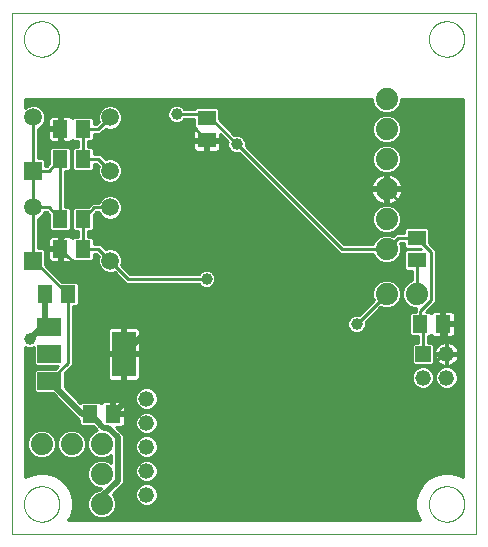
<source format=gbl>
G75*
%MOIN*%
%OFA0B0*%
%FSLAX25Y25*%
%IPPOS*%
%LPD*%
%AMOC8*
5,1,8,0,0,1.08239X$1,22.5*
%
%ADD10C,0.00000*%
%ADD11C,0.07400*%
%ADD12C,0.05898*%
%ADD13R,0.05898X0.05898*%
%ADD14R,0.05118X0.05906*%
%ADD15R,0.05906X0.05118*%
%ADD16R,0.05200X0.05200*%
%ADD17C,0.05200*%
%ADD18R,0.07874X0.05906*%
%ADD19R,0.07874X0.14961*%
%ADD20C,0.01000*%
%ADD21C,0.03962*%
%ADD22C,0.02000*%
D10*
X0001500Y0001500D02*
X0001500Y0175201D01*
X0156421Y0175201D01*
X0156421Y0001500D01*
X0001500Y0001500D01*
X0005595Y0011500D02*
X0005597Y0011653D01*
X0005603Y0011806D01*
X0005613Y0011959D01*
X0005627Y0012112D01*
X0005645Y0012264D01*
X0005667Y0012416D01*
X0005692Y0012567D01*
X0005722Y0012718D01*
X0005755Y0012867D01*
X0005793Y0013016D01*
X0005834Y0013164D01*
X0005879Y0013310D01*
X0005928Y0013455D01*
X0005981Y0013599D01*
X0006037Y0013742D01*
X0006097Y0013883D01*
X0006161Y0014023D01*
X0006228Y0014160D01*
X0006299Y0014296D01*
X0006373Y0014430D01*
X0006451Y0014562D01*
X0006532Y0014692D01*
X0006617Y0014820D01*
X0006705Y0014946D01*
X0006796Y0015069D01*
X0006890Y0015190D01*
X0006987Y0015309D01*
X0007088Y0015425D01*
X0007191Y0015538D01*
X0007298Y0015648D01*
X0007407Y0015756D01*
X0007518Y0015861D01*
X0007633Y0015963D01*
X0007750Y0016062D01*
X0007870Y0016157D01*
X0007992Y0016250D01*
X0008117Y0016340D01*
X0008243Y0016426D01*
X0008372Y0016509D01*
X0008503Y0016588D01*
X0008636Y0016664D01*
X0008771Y0016737D01*
X0008908Y0016806D01*
X0009047Y0016871D01*
X0009187Y0016933D01*
X0009329Y0016991D01*
X0009472Y0017046D01*
X0009617Y0017097D01*
X0009763Y0017144D01*
X0009910Y0017187D01*
X0010058Y0017226D01*
X0010207Y0017262D01*
X0010357Y0017293D01*
X0010508Y0017321D01*
X0010660Y0017345D01*
X0010812Y0017365D01*
X0010964Y0017381D01*
X0011117Y0017393D01*
X0011270Y0017401D01*
X0011423Y0017405D01*
X0011577Y0017405D01*
X0011730Y0017401D01*
X0011883Y0017393D01*
X0012036Y0017381D01*
X0012188Y0017365D01*
X0012340Y0017345D01*
X0012492Y0017321D01*
X0012643Y0017293D01*
X0012793Y0017262D01*
X0012942Y0017226D01*
X0013090Y0017187D01*
X0013237Y0017144D01*
X0013383Y0017097D01*
X0013528Y0017046D01*
X0013671Y0016991D01*
X0013813Y0016933D01*
X0013953Y0016871D01*
X0014092Y0016806D01*
X0014229Y0016737D01*
X0014364Y0016664D01*
X0014497Y0016588D01*
X0014628Y0016509D01*
X0014757Y0016426D01*
X0014883Y0016340D01*
X0015008Y0016250D01*
X0015130Y0016157D01*
X0015250Y0016062D01*
X0015367Y0015963D01*
X0015482Y0015861D01*
X0015593Y0015756D01*
X0015702Y0015648D01*
X0015809Y0015538D01*
X0015912Y0015425D01*
X0016013Y0015309D01*
X0016110Y0015190D01*
X0016204Y0015069D01*
X0016295Y0014946D01*
X0016383Y0014820D01*
X0016468Y0014692D01*
X0016549Y0014562D01*
X0016627Y0014430D01*
X0016701Y0014296D01*
X0016772Y0014160D01*
X0016839Y0014023D01*
X0016903Y0013883D01*
X0016963Y0013742D01*
X0017019Y0013599D01*
X0017072Y0013455D01*
X0017121Y0013310D01*
X0017166Y0013164D01*
X0017207Y0013016D01*
X0017245Y0012867D01*
X0017278Y0012718D01*
X0017308Y0012567D01*
X0017333Y0012416D01*
X0017355Y0012264D01*
X0017373Y0012112D01*
X0017387Y0011959D01*
X0017397Y0011806D01*
X0017403Y0011653D01*
X0017405Y0011500D01*
X0017403Y0011347D01*
X0017397Y0011194D01*
X0017387Y0011041D01*
X0017373Y0010888D01*
X0017355Y0010736D01*
X0017333Y0010584D01*
X0017308Y0010433D01*
X0017278Y0010282D01*
X0017245Y0010133D01*
X0017207Y0009984D01*
X0017166Y0009836D01*
X0017121Y0009690D01*
X0017072Y0009545D01*
X0017019Y0009401D01*
X0016963Y0009258D01*
X0016903Y0009117D01*
X0016839Y0008977D01*
X0016772Y0008840D01*
X0016701Y0008704D01*
X0016627Y0008570D01*
X0016549Y0008438D01*
X0016468Y0008308D01*
X0016383Y0008180D01*
X0016295Y0008054D01*
X0016204Y0007931D01*
X0016110Y0007810D01*
X0016013Y0007691D01*
X0015912Y0007575D01*
X0015809Y0007462D01*
X0015702Y0007352D01*
X0015593Y0007244D01*
X0015482Y0007139D01*
X0015367Y0007037D01*
X0015250Y0006938D01*
X0015130Y0006843D01*
X0015008Y0006750D01*
X0014883Y0006660D01*
X0014757Y0006574D01*
X0014628Y0006491D01*
X0014497Y0006412D01*
X0014364Y0006336D01*
X0014229Y0006263D01*
X0014092Y0006194D01*
X0013953Y0006129D01*
X0013813Y0006067D01*
X0013671Y0006009D01*
X0013528Y0005954D01*
X0013383Y0005903D01*
X0013237Y0005856D01*
X0013090Y0005813D01*
X0012942Y0005774D01*
X0012793Y0005738D01*
X0012643Y0005707D01*
X0012492Y0005679D01*
X0012340Y0005655D01*
X0012188Y0005635D01*
X0012036Y0005619D01*
X0011883Y0005607D01*
X0011730Y0005599D01*
X0011577Y0005595D01*
X0011423Y0005595D01*
X0011270Y0005599D01*
X0011117Y0005607D01*
X0010964Y0005619D01*
X0010812Y0005635D01*
X0010660Y0005655D01*
X0010508Y0005679D01*
X0010357Y0005707D01*
X0010207Y0005738D01*
X0010058Y0005774D01*
X0009910Y0005813D01*
X0009763Y0005856D01*
X0009617Y0005903D01*
X0009472Y0005954D01*
X0009329Y0006009D01*
X0009187Y0006067D01*
X0009047Y0006129D01*
X0008908Y0006194D01*
X0008771Y0006263D01*
X0008636Y0006336D01*
X0008503Y0006412D01*
X0008372Y0006491D01*
X0008243Y0006574D01*
X0008117Y0006660D01*
X0007992Y0006750D01*
X0007870Y0006843D01*
X0007750Y0006938D01*
X0007633Y0007037D01*
X0007518Y0007139D01*
X0007407Y0007244D01*
X0007298Y0007352D01*
X0007191Y0007462D01*
X0007088Y0007575D01*
X0006987Y0007691D01*
X0006890Y0007810D01*
X0006796Y0007931D01*
X0006705Y0008054D01*
X0006617Y0008180D01*
X0006532Y0008308D01*
X0006451Y0008438D01*
X0006373Y0008570D01*
X0006299Y0008704D01*
X0006228Y0008840D01*
X0006161Y0008977D01*
X0006097Y0009117D01*
X0006037Y0009258D01*
X0005981Y0009401D01*
X0005928Y0009545D01*
X0005879Y0009690D01*
X0005834Y0009836D01*
X0005793Y0009984D01*
X0005755Y0010133D01*
X0005722Y0010282D01*
X0005692Y0010433D01*
X0005667Y0010584D01*
X0005645Y0010736D01*
X0005627Y0010888D01*
X0005613Y0011041D01*
X0005603Y0011194D01*
X0005597Y0011347D01*
X0005595Y0011500D01*
X0005595Y0166500D02*
X0005597Y0166653D01*
X0005603Y0166806D01*
X0005613Y0166959D01*
X0005627Y0167112D01*
X0005645Y0167264D01*
X0005667Y0167416D01*
X0005692Y0167567D01*
X0005722Y0167718D01*
X0005755Y0167867D01*
X0005793Y0168016D01*
X0005834Y0168164D01*
X0005879Y0168310D01*
X0005928Y0168455D01*
X0005981Y0168599D01*
X0006037Y0168742D01*
X0006097Y0168883D01*
X0006161Y0169023D01*
X0006228Y0169160D01*
X0006299Y0169296D01*
X0006373Y0169430D01*
X0006451Y0169562D01*
X0006532Y0169692D01*
X0006617Y0169820D01*
X0006705Y0169946D01*
X0006796Y0170069D01*
X0006890Y0170190D01*
X0006987Y0170309D01*
X0007088Y0170425D01*
X0007191Y0170538D01*
X0007298Y0170648D01*
X0007407Y0170756D01*
X0007518Y0170861D01*
X0007633Y0170963D01*
X0007750Y0171062D01*
X0007870Y0171157D01*
X0007992Y0171250D01*
X0008117Y0171340D01*
X0008243Y0171426D01*
X0008372Y0171509D01*
X0008503Y0171588D01*
X0008636Y0171664D01*
X0008771Y0171737D01*
X0008908Y0171806D01*
X0009047Y0171871D01*
X0009187Y0171933D01*
X0009329Y0171991D01*
X0009472Y0172046D01*
X0009617Y0172097D01*
X0009763Y0172144D01*
X0009910Y0172187D01*
X0010058Y0172226D01*
X0010207Y0172262D01*
X0010357Y0172293D01*
X0010508Y0172321D01*
X0010660Y0172345D01*
X0010812Y0172365D01*
X0010964Y0172381D01*
X0011117Y0172393D01*
X0011270Y0172401D01*
X0011423Y0172405D01*
X0011577Y0172405D01*
X0011730Y0172401D01*
X0011883Y0172393D01*
X0012036Y0172381D01*
X0012188Y0172365D01*
X0012340Y0172345D01*
X0012492Y0172321D01*
X0012643Y0172293D01*
X0012793Y0172262D01*
X0012942Y0172226D01*
X0013090Y0172187D01*
X0013237Y0172144D01*
X0013383Y0172097D01*
X0013528Y0172046D01*
X0013671Y0171991D01*
X0013813Y0171933D01*
X0013953Y0171871D01*
X0014092Y0171806D01*
X0014229Y0171737D01*
X0014364Y0171664D01*
X0014497Y0171588D01*
X0014628Y0171509D01*
X0014757Y0171426D01*
X0014883Y0171340D01*
X0015008Y0171250D01*
X0015130Y0171157D01*
X0015250Y0171062D01*
X0015367Y0170963D01*
X0015482Y0170861D01*
X0015593Y0170756D01*
X0015702Y0170648D01*
X0015809Y0170538D01*
X0015912Y0170425D01*
X0016013Y0170309D01*
X0016110Y0170190D01*
X0016204Y0170069D01*
X0016295Y0169946D01*
X0016383Y0169820D01*
X0016468Y0169692D01*
X0016549Y0169562D01*
X0016627Y0169430D01*
X0016701Y0169296D01*
X0016772Y0169160D01*
X0016839Y0169023D01*
X0016903Y0168883D01*
X0016963Y0168742D01*
X0017019Y0168599D01*
X0017072Y0168455D01*
X0017121Y0168310D01*
X0017166Y0168164D01*
X0017207Y0168016D01*
X0017245Y0167867D01*
X0017278Y0167718D01*
X0017308Y0167567D01*
X0017333Y0167416D01*
X0017355Y0167264D01*
X0017373Y0167112D01*
X0017387Y0166959D01*
X0017397Y0166806D01*
X0017403Y0166653D01*
X0017405Y0166500D01*
X0017403Y0166347D01*
X0017397Y0166194D01*
X0017387Y0166041D01*
X0017373Y0165888D01*
X0017355Y0165736D01*
X0017333Y0165584D01*
X0017308Y0165433D01*
X0017278Y0165282D01*
X0017245Y0165133D01*
X0017207Y0164984D01*
X0017166Y0164836D01*
X0017121Y0164690D01*
X0017072Y0164545D01*
X0017019Y0164401D01*
X0016963Y0164258D01*
X0016903Y0164117D01*
X0016839Y0163977D01*
X0016772Y0163840D01*
X0016701Y0163704D01*
X0016627Y0163570D01*
X0016549Y0163438D01*
X0016468Y0163308D01*
X0016383Y0163180D01*
X0016295Y0163054D01*
X0016204Y0162931D01*
X0016110Y0162810D01*
X0016013Y0162691D01*
X0015912Y0162575D01*
X0015809Y0162462D01*
X0015702Y0162352D01*
X0015593Y0162244D01*
X0015482Y0162139D01*
X0015367Y0162037D01*
X0015250Y0161938D01*
X0015130Y0161843D01*
X0015008Y0161750D01*
X0014883Y0161660D01*
X0014757Y0161574D01*
X0014628Y0161491D01*
X0014497Y0161412D01*
X0014364Y0161336D01*
X0014229Y0161263D01*
X0014092Y0161194D01*
X0013953Y0161129D01*
X0013813Y0161067D01*
X0013671Y0161009D01*
X0013528Y0160954D01*
X0013383Y0160903D01*
X0013237Y0160856D01*
X0013090Y0160813D01*
X0012942Y0160774D01*
X0012793Y0160738D01*
X0012643Y0160707D01*
X0012492Y0160679D01*
X0012340Y0160655D01*
X0012188Y0160635D01*
X0012036Y0160619D01*
X0011883Y0160607D01*
X0011730Y0160599D01*
X0011577Y0160595D01*
X0011423Y0160595D01*
X0011270Y0160599D01*
X0011117Y0160607D01*
X0010964Y0160619D01*
X0010812Y0160635D01*
X0010660Y0160655D01*
X0010508Y0160679D01*
X0010357Y0160707D01*
X0010207Y0160738D01*
X0010058Y0160774D01*
X0009910Y0160813D01*
X0009763Y0160856D01*
X0009617Y0160903D01*
X0009472Y0160954D01*
X0009329Y0161009D01*
X0009187Y0161067D01*
X0009047Y0161129D01*
X0008908Y0161194D01*
X0008771Y0161263D01*
X0008636Y0161336D01*
X0008503Y0161412D01*
X0008372Y0161491D01*
X0008243Y0161574D01*
X0008117Y0161660D01*
X0007992Y0161750D01*
X0007870Y0161843D01*
X0007750Y0161938D01*
X0007633Y0162037D01*
X0007518Y0162139D01*
X0007407Y0162244D01*
X0007298Y0162352D01*
X0007191Y0162462D01*
X0007088Y0162575D01*
X0006987Y0162691D01*
X0006890Y0162810D01*
X0006796Y0162931D01*
X0006705Y0163054D01*
X0006617Y0163180D01*
X0006532Y0163308D01*
X0006451Y0163438D01*
X0006373Y0163570D01*
X0006299Y0163704D01*
X0006228Y0163840D01*
X0006161Y0163977D01*
X0006097Y0164117D01*
X0006037Y0164258D01*
X0005981Y0164401D01*
X0005928Y0164545D01*
X0005879Y0164690D01*
X0005834Y0164836D01*
X0005793Y0164984D01*
X0005755Y0165133D01*
X0005722Y0165282D01*
X0005692Y0165433D01*
X0005667Y0165584D01*
X0005645Y0165736D01*
X0005627Y0165888D01*
X0005613Y0166041D01*
X0005603Y0166194D01*
X0005597Y0166347D01*
X0005595Y0166500D01*
X0140595Y0166500D02*
X0140597Y0166653D01*
X0140603Y0166806D01*
X0140613Y0166959D01*
X0140627Y0167112D01*
X0140645Y0167264D01*
X0140667Y0167416D01*
X0140692Y0167567D01*
X0140722Y0167718D01*
X0140755Y0167867D01*
X0140793Y0168016D01*
X0140834Y0168164D01*
X0140879Y0168310D01*
X0140928Y0168455D01*
X0140981Y0168599D01*
X0141037Y0168742D01*
X0141097Y0168883D01*
X0141161Y0169023D01*
X0141228Y0169160D01*
X0141299Y0169296D01*
X0141373Y0169430D01*
X0141451Y0169562D01*
X0141532Y0169692D01*
X0141617Y0169820D01*
X0141705Y0169946D01*
X0141796Y0170069D01*
X0141890Y0170190D01*
X0141987Y0170309D01*
X0142088Y0170425D01*
X0142191Y0170538D01*
X0142298Y0170648D01*
X0142407Y0170756D01*
X0142518Y0170861D01*
X0142633Y0170963D01*
X0142750Y0171062D01*
X0142870Y0171157D01*
X0142992Y0171250D01*
X0143117Y0171340D01*
X0143243Y0171426D01*
X0143372Y0171509D01*
X0143503Y0171588D01*
X0143636Y0171664D01*
X0143771Y0171737D01*
X0143908Y0171806D01*
X0144047Y0171871D01*
X0144187Y0171933D01*
X0144329Y0171991D01*
X0144472Y0172046D01*
X0144617Y0172097D01*
X0144763Y0172144D01*
X0144910Y0172187D01*
X0145058Y0172226D01*
X0145207Y0172262D01*
X0145357Y0172293D01*
X0145508Y0172321D01*
X0145660Y0172345D01*
X0145812Y0172365D01*
X0145964Y0172381D01*
X0146117Y0172393D01*
X0146270Y0172401D01*
X0146423Y0172405D01*
X0146577Y0172405D01*
X0146730Y0172401D01*
X0146883Y0172393D01*
X0147036Y0172381D01*
X0147188Y0172365D01*
X0147340Y0172345D01*
X0147492Y0172321D01*
X0147643Y0172293D01*
X0147793Y0172262D01*
X0147942Y0172226D01*
X0148090Y0172187D01*
X0148237Y0172144D01*
X0148383Y0172097D01*
X0148528Y0172046D01*
X0148671Y0171991D01*
X0148813Y0171933D01*
X0148953Y0171871D01*
X0149092Y0171806D01*
X0149229Y0171737D01*
X0149364Y0171664D01*
X0149497Y0171588D01*
X0149628Y0171509D01*
X0149757Y0171426D01*
X0149883Y0171340D01*
X0150008Y0171250D01*
X0150130Y0171157D01*
X0150250Y0171062D01*
X0150367Y0170963D01*
X0150482Y0170861D01*
X0150593Y0170756D01*
X0150702Y0170648D01*
X0150809Y0170538D01*
X0150912Y0170425D01*
X0151013Y0170309D01*
X0151110Y0170190D01*
X0151204Y0170069D01*
X0151295Y0169946D01*
X0151383Y0169820D01*
X0151468Y0169692D01*
X0151549Y0169562D01*
X0151627Y0169430D01*
X0151701Y0169296D01*
X0151772Y0169160D01*
X0151839Y0169023D01*
X0151903Y0168883D01*
X0151963Y0168742D01*
X0152019Y0168599D01*
X0152072Y0168455D01*
X0152121Y0168310D01*
X0152166Y0168164D01*
X0152207Y0168016D01*
X0152245Y0167867D01*
X0152278Y0167718D01*
X0152308Y0167567D01*
X0152333Y0167416D01*
X0152355Y0167264D01*
X0152373Y0167112D01*
X0152387Y0166959D01*
X0152397Y0166806D01*
X0152403Y0166653D01*
X0152405Y0166500D01*
X0152403Y0166347D01*
X0152397Y0166194D01*
X0152387Y0166041D01*
X0152373Y0165888D01*
X0152355Y0165736D01*
X0152333Y0165584D01*
X0152308Y0165433D01*
X0152278Y0165282D01*
X0152245Y0165133D01*
X0152207Y0164984D01*
X0152166Y0164836D01*
X0152121Y0164690D01*
X0152072Y0164545D01*
X0152019Y0164401D01*
X0151963Y0164258D01*
X0151903Y0164117D01*
X0151839Y0163977D01*
X0151772Y0163840D01*
X0151701Y0163704D01*
X0151627Y0163570D01*
X0151549Y0163438D01*
X0151468Y0163308D01*
X0151383Y0163180D01*
X0151295Y0163054D01*
X0151204Y0162931D01*
X0151110Y0162810D01*
X0151013Y0162691D01*
X0150912Y0162575D01*
X0150809Y0162462D01*
X0150702Y0162352D01*
X0150593Y0162244D01*
X0150482Y0162139D01*
X0150367Y0162037D01*
X0150250Y0161938D01*
X0150130Y0161843D01*
X0150008Y0161750D01*
X0149883Y0161660D01*
X0149757Y0161574D01*
X0149628Y0161491D01*
X0149497Y0161412D01*
X0149364Y0161336D01*
X0149229Y0161263D01*
X0149092Y0161194D01*
X0148953Y0161129D01*
X0148813Y0161067D01*
X0148671Y0161009D01*
X0148528Y0160954D01*
X0148383Y0160903D01*
X0148237Y0160856D01*
X0148090Y0160813D01*
X0147942Y0160774D01*
X0147793Y0160738D01*
X0147643Y0160707D01*
X0147492Y0160679D01*
X0147340Y0160655D01*
X0147188Y0160635D01*
X0147036Y0160619D01*
X0146883Y0160607D01*
X0146730Y0160599D01*
X0146577Y0160595D01*
X0146423Y0160595D01*
X0146270Y0160599D01*
X0146117Y0160607D01*
X0145964Y0160619D01*
X0145812Y0160635D01*
X0145660Y0160655D01*
X0145508Y0160679D01*
X0145357Y0160707D01*
X0145207Y0160738D01*
X0145058Y0160774D01*
X0144910Y0160813D01*
X0144763Y0160856D01*
X0144617Y0160903D01*
X0144472Y0160954D01*
X0144329Y0161009D01*
X0144187Y0161067D01*
X0144047Y0161129D01*
X0143908Y0161194D01*
X0143771Y0161263D01*
X0143636Y0161336D01*
X0143503Y0161412D01*
X0143372Y0161491D01*
X0143243Y0161574D01*
X0143117Y0161660D01*
X0142992Y0161750D01*
X0142870Y0161843D01*
X0142750Y0161938D01*
X0142633Y0162037D01*
X0142518Y0162139D01*
X0142407Y0162244D01*
X0142298Y0162352D01*
X0142191Y0162462D01*
X0142088Y0162575D01*
X0141987Y0162691D01*
X0141890Y0162810D01*
X0141796Y0162931D01*
X0141705Y0163054D01*
X0141617Y0163180D01*
X0141532Y0163308D01*
X0141451Y0163438D01*
X0141373Y0163570D01*
X0141299Y0163704D01*
X0141228Y0163840D01*
X0141161Y0163977D01*
X0141097Y0164117D01*
X0141037Y0164258D01*
X0140981Y0164401D01*
X0140928Y0164545D01*
X0140879Y0164690D01*
X0140834Y0164836D01*
X0140793Y0164984D01*
X0140755Y0165133D01*
X0140722Y0165282D01*
X0140692Y0165433D01*
X0140667Y0165584D01*
X0140645Y0165736D01*
X0140627Y0165888D01*
X0140613Y0166041D01*
X0140603Y0166194D01*
X0140597Y0166347D01*
X0140595Y0166500D01*
X0140595Y0011500D02*
X0140597Y0011653D01*
X0140603Y0011806D01*
X0140613Y0011959D01*
X0140627Y0012112D01*
X0140645Y0012264D01*
X0140667Y0012416D01*
X0140692Y0012567D01*
X0140722Y0012718D01*
X0140755Y0012867D01*
X0140793Y0013016D01*
X0140834Y0013164D01*
X0140879Y0013310D01*
X0140928Y0013455D01*
X0140981Y0013599D01*
X0141037Y0013742D01*
X0141097Y0013883D01*
X0141161Y0014023D01*
X0141228Y0014160D01*
X0141299Y0014296D01*
X0141373Y0014430D01*
X0141451Y0014562D01*
X0141532Y0014692D01*
X0141617Y0014820D01*
X0141705Y0014946D01*
X0141796Y0015069D01*
X0141890Y0015190D01*
X0141987Y0015309D01*
X0142088Y0015425D01*
X0142191Y0015538D01*
X0142298Y0015648D01*
X0142407Y0015756D01*
X0142518Y0015861D01*
X0142633Y0015963D01*
X0142750Y0016062D01*
X0142870Y0016157D01*
X0142992Y0016250D01*
X0143117Y0016340D01*
X0143243Y0016426D01*
X0143372Y0016509D01*
X0143503Y0016588D01*
X0143636Y0016664D01*
X0143771Y0016737D01*
X0143908Y0016806D01*
X0144047Y0016871D01*
X0144187Y0016933D01*
X0144329Y0016991D01*
X0144472Y0017046D01*
X0144617Y0017097D01*
X0144763Y0017144D01*
X0144910Y0017187D01*
X0145058Y0017226D01*
X0145207Y0017262D01*
X0145357Y0017293D01*
X0145508Y0017321D01*
X0145660Y0017345D01*
X0145812Y0017365D01*
X0145964Y0017381D01*
X0146117Y0017393D01*
X0146270Y0017401D01*
X0146423Y0017405D01*
X0146577Y0017405D01*
X0146730Y0017401D01*
X0146883Y0017393D01*
X0147036Y0017381D01*
X0147188Y0017365D01*
X0147340Y0017345D01*
X0147492Y0017321D01*
X0147643Y0017293D01*
X0147793Y0017262D01*
X0147942Y0017226D01*
X0148090Y0017187D01*
X0148237Y0017144D01*
X0148383Y0017097D01*
X0148528Y0017046D01*
X0148671Y0016991D01*
X0148813Y0016933D01*
X0148953Y0016871D01*
X0149092Y0016806D01*
X0149229Y0016737D01*
X0149364Y0016664D01*
X0149497Y0016588D01*
X0149628Y0016509D01*
X0149757Y0016426D01*
X0149883Y0016340D01*
X0150008Y0016250D01*
X0150130Y0016157D01*
X0150250Y0016062D01*
X0150367Y0015963D01*
X0150482Y0015861D01*
X0150593Y0015756D01*
X0150702Y0015648D01*
X0150809Y0015538D01*
X0150912Y0015425D01*
X0151013Y0015309D01*
X0151110Y0015190D01*
X0151204Y0015069D01*
X0151295Y0014946D01*
X0151383Y0014820D01*
X0151468Y0014692D01*
X0151549Y0014562D01*
X0151627Y0014430D01*
X0151701Y0014296D01*
X0151772Y0014160D01*
X0151839Y0014023D01*
X0151903Y0013883D01*
X0151963Y0013742D01*
X0152019Y0013599D01*
X0152072Y0013455D01*
X0152121Y0013310D01*
X0152166Y0013164D01*
X0152207Y0013016D01*
X0152245Y0012867D01*
X0152278Y0012718D01*
X0152308Y0012567D01*
X0152333Y0012416D01*
X0152355Y0012264D01*
X0152373Y0012112D01*
X0152387Y0011959D01*
X0152397Y0011806D01*
X0152403Y0011653D01*
X0152405Y0011500D01*
X0152403Y0011347D01*
X0152397Y0011194D01*
X0152387Y0011041D01*
X0152373Y0010888D01*
X0152355Y0010736D01*
X0152333Y0010584D01*
X0152308Y0010433D01*
X0152278Y0010282D01*
X0152245Y0010133D01*
X0152207Y0009984D01*
X0152166Y0009836D01*
X0152121Y0009690D01*
X0152072Y0009545D01*
X0152019Y0009401D01*
X0151963Y0009258D01*
X0151903Y0009117D01*
X0151839Y0008977D01*
X0151772Y0008840D01*
X0151701Y0008704D01*
X0151627Y0008570D01*
X0151549Y0008438D01*
X0151468Y0008308D01*
X0151383Y0008180D01*
X0151295Y0008054D01*
X0151204Y0007931D01*
X0151110Y0007810D01*
X0151013Y0007691D01*
X0150912Y0007575D01*
X0150809Y0007462D01*
X0150702Y0007352D01*
X0150593Y0007244D01*
X0150482Y0007139D01*
X0150367Y0007037D01*
X0150250Y0006938D01*
X0150130Y0006843D01*
X0150008Y0006750D01*
X0149883Y0006660D01*
X0149757Y0006574D01*
X0149628Y0006491D01*
X0149497Y0006412D01*
X0149364Y0006336D01*
X0149229Y0006263D01*
X0149092Y0006194D01*
X0148953Y0006129D01*
X0148813Y0006067D01*
X0148671Y0006009D01*
X0148528Y0005954D01*
X0148383Y0005903D01*
X0148237Y0005856D01*
X0148090Y0005813D01*
X0147942Y0005774D01*
X0147793Y0005738D01*
X0147643Y0005707D01*
X0147492Y0005679D01*
X0147340Y0005655D01*
X0147188Y0005635D01*
X0147036Y0005619D01*
X0146883Y0005607D01*
X0146730Y0005599D01*
X0146577Y0005595D01*
X0146423Y0005595D01*
X0146270Y0005599D01*
X0146117Y0005607D01*
X0145964Y0005619D01*
X0145812Y0005635D01*
X0145660Y0005655D01*
X0145508Y0005679D01*
X0145357Y0005707D01*
X0145207Y0005738D01*
X0145058Y0005774D01*
X0144910Y0005813D01*
X0144763Y0005856D01*
X0144617Y0005903D01*
X0144472Y0005954D01*
X0144329Y0006009D01*
X0144187Y0006067D01*
X0144047Y0006129D01*
X0143908Y0006194D01*
X0143771Y0006263D01*
X0143636Y0006336D01*
X0143503Y0006412D01*
X0143372Y0006491D01*
X0143243Y0006574D01*
X0143117Y0006660D01*
X0142992Y0006750D01*
X0142870Y0006843D01*
X0142750Y0006938D01*
X0142633Y0007037D01*
X0142518Y0007139D01*
X0142407Y0007244D01*
X0142298Y0007352D01*
X0142191Y0007462D01*
X0142088Y0007575D01*
X0141987Y0007691D01*
X0141890Y0007810D01*
X0141796Y0007931D01*
X0141705Y0008054D01*
X0141617Y0008180D01*
X0141532Y0008308D01*
X0141451Y0008438D01*
X0141373Y0008570D01*
X0141299Y0008704D01*
X0141228Y0008840D01*
X0141161Y0008977D01*
X0141097Y0009117D01*
X0141037Y0009258D01*
X0140981Y0009401D01*
X0140928Y0009545D01*
X0140879Y0009690D01*
X0140834Y0009836D01*
X0140793Y0009984D01*
X0140755Y0010133D01*
X0140722Y0010282D01*
X0140692Y0010433D01*
X0140667Y0010584D01*
X0140645Y0010736D01*
X0140627Y0010888D01*
X0140613Y0011041D01*
X0140603Y0011194D01*
X0140597Y0011347D01*
X0140595Y0011500D01*
D11*
X0136500Y0081500D03*
X0126500Y0081500D03*
X0126500Y0096500D03*
X0126500Y0106500D03*
X0126500Y0116500D03*
X0126500Y0126500D03*
X0126500Y0136500D03*
X0126500Y0146500D03*
X0031500Y0031500D03*
X0031500Y0021500D03*
X0031500Y0011500D03*
X0021500Y0031500D03*
X0011500Y0031500D03*
D12*
X0034295Y0092642D03*
X0034295Y0110358D03*
X0034295Y0122642D03*
X0034295Y0140358D03*
X0008705Y0140358D03*
X0008705Y0110358D03*
D13*
X0008705Y0122642D03*
X0008705Y0092642D03*
D14*
X0017760Y0096500D03*
X0025240Y0096500D03*
X0025240Y0106500D03*
X0017760Y0106500D03*
X0017760Y0126500D03*
X0025240Y0126500D03*
X0025240Y0136500D03*
X0017760Y0136500D03*
X0020240Y0081500D03*
X0012760Y0081500D03*
X0027760Y0041500D03*
X0035240Y0041500D03*
X0137760Y0071500D03*
X0145240Y0071500D03*
D15*
X0136500Y0092760D03*
X0136500Y0100240D03*
X0066500Y0132760D03*
X0066500Y0140240D03*
D16*
X0138563Y0061500D03*
D17*
X0138563Y0053626D03*
X0146437Y0053626D03*
X0146437Y0061500D03*
X0046437Y0046626D03*
X0046437Y0038500D03*
X0046437Y0030626D03*
X0046437Y0022500D03*
X0046437Y0014626D03*
D18*
X0014098Y0052445D03*
X0014098Y0061500D03*
X0014098Y0070555D03*
D19*
X0038902Y0061500D03*
D20*
X0131807Y0061500D01*
X0135507Y0057800D01*
X0141619Y0057800D01*
X0142263Y0058444D01*
X0142263Y0064556D01*
X0141619Y0065200D01*
X0140163Y0065200D01*
X0140163Y0067447D01*
X0140775Y0067447D01*
X0141288Y0067961D01*
X0141481Y0067626D01*
X0141760Y0067347D01*
X0142102Y0067149D01*
X0142484Y0067047D01*
X0144740Y0067047D01*
X0144740Y0071000D01*
X0145740Y0071000D01*
X0145740Y0067047D01*
X0147997Y0067047D01*
X0148378Y0067149D01*
X0148720Y0067347D01*
X0148999Y0067626D01*
X0149197Y0067968D01*
X0149299Y0068350D01*
X0149299Y0071000D01*
X0145740Y0071000D01*
X0145740Y0072000D01*
X0144740Y0072000D01*
X0144740Y0075953D01*
X0142484Y0075953D01*
X0142102Y0075851D01*
X0141760Y0075653D01*
X0141481Y0075374D01*
X0141288Y0075039D01*
X0140775Y0075553D01*
X0139604Y0075553D01*
X0141963Y0077912D01*
X0142900Y0078849D01*
X0142900Y0096103D01*
X0141963Y0097040D01*
X0140553Y0098450D01*
X0140553Y0103255D01*
X0139908Y0103899D01*
X0133092Y0103899D01*
X0132447Y0103255D01*
X0132447Y0101840D01*
X0129577Y0101840D01*
X0128640Y0100903D01*
X0128574Y0100836D01*
X0127455Y0101300D01*
X0125545Y0101300D01*
X0123781Y0100569D01*
X0122431Y0099219D01*
X0121967Y0098100D01*
X0112163Y0098100D01*
X0079521Y0130742D01*
X0079581Y0130887D01*
X0079581Y0132113D01*
X0079112Y0133245D01*
X0078245Y0134112D01*
X0077113Y0134581D01*
X0075887Y0134581D01*
X0075742Y0134521D01*
X0070553Y0139710D01*
X0070553Y0143255D01*
X0069908Y0143899D01*
X0063092Y0143899D01*
X0062447Y0143255D01*
X0062447Y0143100D01*
X0059172Y0143100D01*
X0059112Y0143245D01*
X0058245Y0144112D01*
X0057113Y0144581D01*
X0055887Y0144581D01*
X0054755Y0144112D01*
X0053888Y0143245D01*
X0053419Y0142113D01*
X0053419Y0140887D01*
X0053888Y0139755D01*
X0054755Y0138888D01*
X0055887Y0138419D01*
X0057113Y0138419D01*
X0058245Y0138888D01*
X0059112Y0139755D01*
X0059172Y0139900D01*
X0062447Y0139900D01*
X0062447Y0137225D01*
X0062961Y0136712D01*
X0062626Y0136519D01*
X0062347Y0136240D01*
X0062149Y0135898D01*
X0062047Y0135516D01*
X0062047Y0133260D01*
X0066000Y0133260D01*
X0066000Y0132260D01*
X0062047Y0132260D01*
X0062047Y0130003D01*
X0062149Y0129622D01*
X0062347Y0129280D01*
X0062626Y0129000D01*
X0062968Y0128803D01*
X0063350Y0128701D01*
X0066000Y0128701D01*
X0066000Y0132260D01*
X0067000Y0132260D01*
X0067000Y0133260D01*
X0070953Y0133260D01*
X0070953Y0134785D01*
X0073479Y0132258D01*
X0073419Y0132113D01*
X0073419Y0130887D01*
X0073888Y0129755D01*
X0074755Y0128888D01*
X0075887Y0128419D01*
X0077113Y0128419D01*
X0077258Y0128479D01*
X0110837Y0094900D01*
X0121967Y0094900D01*
X0122431Y0093781D01*
X0123781Y0092431D01*
X0125545Y0091700D01*
X0127455Y0091700D01*
X0129219Y0092431D01*
X0130569Y0093781D01*
X0131300Y0095545D01*
X0131300Y0097455D01*
X0130836Y0098574D01*
X0130903Y0098640D01*
X0132447Y0098640D01*
X0132447Y0097225D01*
X0133092Y0096581D01*
X0137896Y0096581D01*
X0138059Y0096419D01*
X0133092Y0096419D01*
X0132447Y0095775D01*
X0132447Y0089745D01*
X0133092Y0089101D01*
X0134900Y0089101D01*
X0134900Y0086033D01*
X0133781Y0085569D01*
X0132431Y0084219D01*
X0131700Y0082455D01*
X0131700Y0080545D01*
X0132431Y0078781D01*
X0133781Y0077431D01*
X0135545Y0076700D01*
X0136226Y0076700D01*
X0136160Y0076634D01*
X0136160Y0075553D01*
X0134745Y0075553D01*
X0134101Y0074908D01*
X0134101Y0068092D01*
X0134745Y0067447D01*
X0136963Y0067447D01*
X0136963Y0065200D01*
X0135507Y0065200D01*
X0134863Y0064556D01*
X0134863Y0058444D01*
X0135507Y0057800D01*
X0141619Y0057800D01*
X0145319Y0061500D01*
X0146437Y0061500D01*
X0146437Y0070303D01*
X0145240Y0071500D01*
X0145240Y0098567D01*
X0139908Y0103899D01*
X0139101Y0103899D01*
X0126500Y0116500D01*
X0127000Y0116329D02*
X0151921Y0116329D01*
X0151921Y0117327D02*
X0131634Y0117327D01*
X0131686Y0117000D02*
X0131572Y0117718D01*
X0131319Y0118496D01*
X0130947Y0119225D01*
X0130466Y0119888D01*
X0129888Y0120466D01*
X0129225Y0120947D01*
X0128496Y0121319D01*
X0127718Y0121572D01*
X0127000Y0121686D01*
X0127000Y0117000D01*
X0131686Y0117000D01*
X0131686Y0116000D02*
X0127000Y0116000D01*
X0127000Y0117000D01*
X0126000Y0117000D01*
X0126000Y0121686D01*
X0125282Y0121572D01*
X0124504Y0121319D01*
X0123775Y0120947D01*
X0123112Y0120466D01*
X0122534Y0119888D01*
X0122053Y0119225D01*
X0121681Y0118496D01*
X0121428Y0117718D01*
X0121314Y0117000D01*
X0126000Y0117000D01*
X0126000Y0116000D01*
X0127000Y0116000D01*
X0127000Y0111314D01*
X0127718Y0111428D01*
X0128496Y0111681D01*
X0129225Y0112053D01*
X0129888Y0112534D01*
X0130466Y0113112D01*
X0130947Y0113775D01*
X0131319Y0114504D01*
X0131572Y0115282D01*
X0131686Y0116000D01*
X0131580Y0115330D02*
X0151921Y0115330D01*
X0151921Y0114332D02*
X0131231Y0114332D01*
X0130627Y0113333D02*
X0151921Y0113333D01*
X0151921Y0112335D02*
X0129614Y0112335D01*
X0129219Y0110569D02*
X0127455Y0111300D01*
X0125545Y0111300D01*
X0123781Y0110569D01*
X0122431Y0109219D01*
X0121700Y0107455D01*
X0121700Y0105545D01*
X0122431Y0103781D01*
X0123781Y0102431D01*
X0125545Y0101700D01*
X0127455Y0101700D01*
X0129219Y0102431D01*
X0130569Y0103781D01*
X0131300Y0105545D01*
X0131300Y0107455D01*
X0130569Y0109219D01*
X0129219Y0110569D01*
X0129450Y0110338D02*
X0151921Y0110338D01*
X0151921Y0111336D02*
X0127138Y0111336D01*
X0127000Y0111336D02*
X0126000Y0111336D01*
X0126000Y0111314D02*
X0126000Y0116000D01*
X0121314Y0116000D01*
X0121428Y0115282D01*
X0121681Y0114504D01*
X0122053Y0113775D01*
X0122534Y0113112D01*
X0123112Y0112534D01*
X0123775Y0112053D01*
X0124504Y0111681D01*
X0125282Y0111428D01*
X0126000Y0111314D01*
X0125862Y0111336D02*
X0098926Y0111336D01*
X0097928Y0112335D02*
X0123386Y0112335D01*
X0122373Y0113333D02*
X0096929Y0113333D01*
X0095931Y0114332D02*
X0121769Y0114332D01*
X0121420Y0115330D02*
X0094932Y0115330D01*
X0093934Y0116329D02*
X0126000Y0116329D01*
X0126000Y0117327D02*
X0127000Y0117327D01*
X0127000Y0118326D02*
X0126000Y0118326D01*
X0126000Y0119324D02*
X0127000Y0119324D01*
X0127000Y0120323D02*
X0126000Y0120323D01*
X0126000Y0121321D02*
X0127000Y0121321D01*
X0127455Y0121700D02*
X0125545Y0121700D01*
X0123781Y0122431D01*
X0122431Y0123781D01*
X0121700Y0125545D01*
X0121700Y0127455D01*
X0122431Y0129219D01*
X0123781Y0130569D01*
X0125545Y0131300D01*
X0127455Y0131300D01*
X0129219Y0130569D01*
X0130569Y0129219D01*
X0131300Y0127455D01*
X0131300Y0125545D01*
X0130569Y0123781D01*
X0129219Y0122431D01*
X0127455Y0121700D01*
X0128489Y0121321D02*
X0151921Y0121321D01*
X0151921Y0120323D02*
X0130031Y0120323D01*
X0130876Y0119324D02*
X0151921Y0119324D01*
X0151921Y0118326D02*
X0131374Y0118326D01*
X0128951Y0122320D02*
X0151921Y0122320D01*
X0151921Y0123318D02*
X0130107Y0123318D01*
X0130791Y0124317D02*
X0151921Y0124317D01*
X0151921Y0125315D02*
X0131205Y0125315D01*
X0131300Y0126314D02*
X0151921Y0126314D01*
X0151921Y0127312D02*
X0131300Y0127312D01*
X0130945Y0128311D02*
X0151921Y0128311D01*
X0151921Y0129309D02*
X0130479Y0129309D01*
X0129480Y0130308D02*
X0151921Y0130308D01*
X0151921Y0131306D02*
X0079581Y0131306D01*
X0079502Y0132305D02*
X0124085Y0132305D01*
X0123781Y0132431D02*
X0125545Y0131700D01*
X0127455Y0131700D01*
X0129219Y0132431D01*
X0130569Y0133781D01*
X0131300Y0135545D01*
X0131300Y0137455D01*
X0130569Y0139219D01*
X0129219Y0140569D01*
X0127455Y0141300D01*
X0125545Y0141300D01*
X0123781Y0140569D01*
X0122431Y0139219D01*
X0121700Y0137455D01*
X0121700Y0135545D01*
X0122431Y0133781D01*
X0123781Y0132431D01*
X0122908Y0133303D02*
X0079054Y0133303D01*
X0077787Y0134302D02*
X0122215Y0134302D01*
X0121801Y0135301D02*
X0074962Y0135301D01*
X0073964Y0136299D02*
X0121700Y0136299D01*
X0121700Y0137298D02*
X0072965Y0137298D01*
X0071967Y0138296D02*
X0122048Y0138296D01*
X0122506Y0139295D02*
X0070968Y0139295D01*
X0070553Y0140293D02*
X0123505Y0140293D01*
X0124121Y0142290D02*
X0070553Y0142290D01*
X0070553Y0141292D02*
X0125525Y0141292D01*
X0125545Y0141700D02*
X0127455Y0141700D01*
X0129219Y0142431D01*
X0130569Y0143781D01*
X0131300Y0145545D01*
X0131300Y0146500D01*
X0151921Y0146500D01*
X0151921Y0020385D01*
X0150516Y0021196D01*
X0147870Y0021905D01*
X0145130Y0021905D01*
X0142484Y0021196D01*
X0140111Y0019826D01*
X0138174Y0017889D01*
X0136804Y0015516D01*
X0136095Y0012870D01*
X0136095Y0010130D01*
X0136804Y0007484D01*
X0137660Y0006000D01*
X0020340Y0006000D01*
X0021196Y0007484D01*
X0021905Y0010130D01*
X0021905Y0012870D01*
X0021196Y0015516D01*
X0019826Y0017889D01*
X0017889Y0019826D01*
X0015516Y0021196D01*
X0012870Y0021905D01*
X0010130Y0021905D01*
X0007484Y0021196D01*
X0006000Y0020340D01*
X0006000Y0063779D01*
X0006868Y0063419D01*
X0008094Y0063419D01*
X0009061Y0063820D01*
X0009061Y0058092D01*
X0009706Y0057447D01*
X0016838Y0057447D01*
X0015888Y0056498D01*
X0009706Y0056498D01*
X0009061Y0055853D01*
X0009061Y0049036D01*
X0009706Y0048392D01*
X0015181Y0048392D01*
X0024101Y0039473D01*
X0024101Y0038092D01*
X0024745Y0037447D01*
X0028843Y0037447D01*
X0028981Y0037309D01*
X0028981Y0037015D01*
X0029945Y0036051D01*
X0028781Y0035569D01*
X0027431Y0034219D01*
X0026700Y0032455D01*
X0026700Y0030545D01*
X0027431Y0028781D01*
X0028781Y0027431D01*
X0030545Y0026700D01*
X0032455Y0026700D01*
X0034219Y0027431D01*
X0034700Y0027912D01*
X0034700Y0025088D01*
X0034219Y0025569D01*
X0032455Y0026300D01*
X0030545Y0026300D01*
X0028781Y0025569D01*
X0027431Y0024219D01*
X0026700Y0022455D01*
X0026700Y0020545D01*
X0027431Y0018781D01*
X0028781Y0017431D01*
X0030545Y0016700D01*
X0031226Y0016700D01*
X0030825Y0016300D01*
X0030545Y0016300D01*
X0028781Y0015569D01*
X0027431Y0014219D01*
X0026700Y0012455D01*
X0026700Y0010545D01*
X0027431Y0008781D01*
X0028781Y0007431D01*
X0030545Y0006700D01*
X0032455Y0006700D01*
X0034219Y0007431D01*
X0035569Y0008781D01*
X0036300Y0010545D01*
X0036300Y0012455D01*
X0035569Y0014219D01*
X0035127Y0014662D01*
X0038900Y0018435D01*
X0038900Y0034565D01*
X0037670Y0035795D01*
X0036418Y0037047D01*
X0037997Y0037047D01*
X0038378Y0037149D01*
X0038720Y0037347D01*
X0038999Y0037626D01*
X0039197Y0037968D01*
X0039299Y0038350D01*
X0039299Y0041000D01*
X0035740Y0041000D01*
X0035740Y0042000D01*
X0034740Y0042000D01*
X0034740Y0045953D01*
X0032484Y0045953D01*
X0032102Y0045851D01*
X0031760Y0045653D01*
X0031481Y0045374D01*
X0031288Y0045039D01*
X0030775Y0045553D01*
X0024745Y0045553D01*
X0024353Y0045160D01*
X0019135Y0050378D01*
X0019135Y0055219D01*
X0020903Y0056987D01*
X0021840Y0057924D01*
X0021840Y0077447D01*
X0023255Y0077447D01*
X0023899Y0078092D01*
X0023899Y0084908D01*
X0023255Y0085553D01*
X0018450Y0085553D01*
X0012754Y0091249D01*
X0012754Y0096046D01*
X0012109Y0096691D01*
X0010305Y0096691D01*
X0010305Y0106639D01*
X0010998Y0106926D01*
X0012137Y0108065D01*
X0012424Y0108758D01*
X0013239Y0108758D01*
X0014101Y0107896D01*
X0014101Y0103092D01*
X0014745Y0102447D01*
X0020775Y0102447D01*
X0021419Y0103092D01*
X0021419Y0129908D01*
X0017760Y0133567D01*
X0017760Y0136500D01*
X0017260Y0136299D02*
X0010305Y0136299D01*
X0010305Y0136639D02*
X0010998Y0136926D01*
X0012137Y0138065D01*
X0012754Y0139553D01*
X0012754Y0141164D01*
X0012137Y0142652D01*
X0010998Y0143791D01*
X0009510Y0144407D01*
X0007899Y0144407D01*
X0006411Y0143791D01*
X0006000Y0143379D01*
X0006000Y0146500D01*
X0121700Y0146500D01*
X0121700Y0145545D01*
X0122431Y0143781D01*
X0123781Y0142431D01*
X0125545Y0141700D01*
X0127475Y0141292D02*
X0151921Y0141292D01*
X0151921Y0142290D02*
X0128879Y0142290D01*
X0130077Y0143289D02*
X0151921Y0143289D01*
X0151921Y0144287D02*
X0130779Y0144287D01*
X0131192Y0145286D02*
X0151921Y0145286D01*
X0151921Y0146284D02*
X0131300Y0146284D01*
X0129495Y0140293D02*
X0151921Y0140293D01*
X0151921Y0139295D02*
X0130494Y0139295D01*
X0130952Y0138296D02*
X0151921Y0138296D01*
X0151921Y0137298D02*
X0131300Y0137298D01*
X0131300Y0136299D02*
X0151921Y0136299D01*
X0151921Y0135301D02*
X0131199Y0135301D01*
X0130785Y0134302D02*
X0151921Y0134302D01*
X0151921Y0133303D02*
X0130092Y0133303D01*
X0128915Y0132305D02*
X0151921Y0132305D01*
X0151921Y0109339D02*
X0130449Y0109339D01*
X0130933Y0108341D02*
X0151921Y0108341D01*
X0151921Y0107342D02*
X0131300Y0107342D01*
X0131300Y0106344D02*
X0151921Y0106344D01*
X0151921Y0105345D02*
X0131217Y0105345D01*
X0130804Y0104347D02*
X0151921Y0104347D01*
X0151921Y0103348D02*
X0140459Y0103348D01*
X0140553Y0102350D02*
X0151921Y0102350D01*
X0151921Y0101351D02*
X0140553Y0101351D01*
X0140553Y0100353D02*
X0151921Y0100353D01*
X0151921Y0099354D02*
X0140553Y0099354D01*
X0140647Y0098356D02*
X0151921Y0098356D01*
X0151921Y0097357D02*
X0141646Y0097357D01*
X0141963Y0097040D02*
X0141963Y0097040D01*
X0142644Y0096359D02*
X0151921Y0096359D01*
X0151921Y0095360D02*
X0142900Y0095360D01*
X0142900Y0094362D02*
X0151921Y0094362D01*
X0151921Y0093363D02*
X0142900Y0093363D01*
X0142900Y0092365D02*
X0151921Y0092365D01*
X0151921Y0091366D02*
X0142900Y0091366D01*
X0142900Y0090368D02*
X0151921Y0090368D01*
X0151921Y0089369D02*
X0142900Y0089369D01*
X0142900Y0088370D02*
X0151921Y0088370D01*
X0151921Y0087372D02*
X0142900Y0087372D01*
X0142900Y0086373D02*
X0151921Y0086373D01*
X0151921Y0085375D02*
X0142900Y0085375D01*
X0142900Y0084376D02*
X0151921Y0084376D01*
X0151921Y0083378D02*
X0142900Y0083378D01*
X0142900Y0082379D02*
X0151921Y0082379D01*
X0151921Y0081381D02*
X0142900Y0081381D01*
X0142900Y0080382D02*
X0151921Y0080382D01*
X0151921Y0079384D02*
X0142900Y0079384D01*
X0142436Y0078385D02*
X0151921Y0078385D01*
X0151921Y0077387D02*
X0141438Y0077387D01*
X0140439Y0076388D02*
X0151921Y0076388D01*
X0151921Y0075390D02*
X0148983Y0075390D01*
X0148999Y0075374D02*
X0148720Y0075653D01*
X0148378Y0075851D01*
X0147997Y0075953D01*
X0145740Y0075953D01*
X0145740Y0072000D01*
X0149299Y0072000D01*
X0149299Y0074650D01*
X0149197Y0075032D01*
X0148999Y0075374D01*
X0149299Y0074391D02*
X0151921Y0074391D01*
X0151921Y0073393D02*
X0149299Y0073393D01*
X0149299Y0072394D02*
X0151921Y0072394D01*
X0151921Y0071396D02*
X0145740Y0071396D01*
X0145740Y0072394D02*
X0144740Y0072394D01*
X0144740Y0073393D02*
X0145740Y0073393D01*
X0145740Y0074391D02*
X0144740Y0074391D01*
X0144740Y0075390D02*
X0145740Y0075390D01*
X0141497Y0075390D02*
X0140937Y0075390D01*
X0137760Y0075972D02*
X0137760Y0071500D01*
X0138563Y0070697D01*
X0138563Y0061500D01*
X0134863Y0061411D02*
X0039402Y0061411D01*
X0039402Y0061000D02*
X0039402Y0062000D01*
X0044339Y0062000D01*
X0044339Y0069178D01*
X0044236Y0069559D01*
X0044039Y0069901D01*
X0043760Y0070181D01*
X0043418Y0070378D01*
X0043036Y0070480D01*
X0039402Y0070480D01*
X0039402Y0062000D01*
X0038402Y0062000D01*
X0038402Y0070480D01*
X0034767Y0070480D01*
X0034386Y0070378D01*
X0034044Y0070181D01*
X0033764Y0069901D01*
X0033567Y0069559D01*
X0033465Y0069178D01*
X0033465Y0062000D01*
X0038402Y0062000D01*
X0038402Y0061000D01*
X0039402Y0061000D01*
X0044339Y0061000D01*
X0044339Y0053822D01*
X0044236Y0053441D01*
X0044039Y0053099D01*
X0043760Y0052819D01*
X0043418Y0052622D01*
X0043036Y0052520D01*
X0039402Y0052520D01*
X0039402Y0061000D01*
X0039402Y0060412D02*
X0038402Y0060412D01*
X0038402Y0061000D02*
X0038402Y0052520D01*
X0034767Y0052520D01*
X0034386Y0052622D01*
X0034044Y0052819D01*
X0033764Y0053099D01*
X0033567Y0053441D01*
X0033465Y0053822D01*
X0033465Y0061000D01*
X0038402Y0061000D01*
X0038402Y0061411D02*
X0021840Y0061411D01*
X0021840Y0062409D02*
X0033465Y0062409D01*
X0033465Y0063408D02*
X0021840Y0063408D01*
X0021840Y0064406D02*
X0033465Y0064406D01*
X0033465Y0065405D02*
X0021840Y0065405D01*
X0021840Y0066403D02*
X0033465Y0066403D01*
X0033465Y0067402D02*
X0021840Y0067402D01*
X0021840Y0068400D02*
X0033465Y0068400D01*
X0033524Y0069399D02*
X0021840Y0069399D01*
X0021840Y0070397D02*
X0034457Y0070397D01*
X0038402Y0070397D02*
X0039402Y0070397D01*
X0039402Y0069399D02*
X0038402Y0069399D01*
X0038402Y0068400D02*
X0039402Y0068400D01*
X0039402Y0067402D02*
X0038402Y0067402D01*
X0038402Y0066403D02*
X0039402Y0066403D01*
X0039402Y0065405D02*
X0038402Y0065405D01*
X0038402Y0064406D02*
X0039402Y0064406D01*
X0039402Y0063408D02*
X0038402Y0063408D01*
X0038902Y0062642D02*
X0037760Y0061500D01*
X0038402Y0062409D02*
X0039402Y0062409D01*
X0038902Y0062642D02*
X0038902Y0075358D01*
X0017760Y0096500D01*
X0017760Y0099433D01*
X0021419Y0103092D01*
X0021419Y0109908D01*
X0020775Y0110553D01*
X0019360Y0110553D01*
X0019360Y0122447D01*
X0020775Y0122447D01*
X0021419Y0123092D01*
X0021419Y0129908D01*
X0020775Y0130553D01*
X0014745Y0130553D01*
X0014101Y0129908D01*
X0014101Y0125104D01*
X0013239Y0124242D01*
X0012754Y0124242D01*
X0012754Y0126046D01*
X0012109Y0126691D01*
X0010305Y0126691D01*
X0010305Y0136639D01*
X0011370Y0137298D02*
X0013701Y0137298D01*
X0013701Y0137000D02*
X0017260Y0137000D01*
X0017260Y0140953D01*
X0015003Y0140953D01*
X0014622Y0140851D01*
X0014280Y0140653D01*
X0014000Y0140374D01*
X0013803Y0140032D01*
X0013701Y0139650D01*
X0013701Y0137000D01*
X0013701Y0136000D02*
X0013701Y0133350D01*
X0013803Y0132968D01*
X0014000Y0132626D01*
X0014280Y0132347D01*
X0014622Y0132149D01*
X0015003Y0132047D01*
X0017260Y0132047D01*
X0017260Y0136000D01*
X0018260Y0136000D01*
X0018260Y0132047D01*
X0020516Y0132047D01*
X0020898Y0132149D01*
X0021240Y0132347D01*
X0021519Y0132626D01*
X0021712Y0132961D01*
X0022225Y0132447D01*
X0023640Y0132447D01*
X0023640Y0130553D01*
X0022225Y0130553D01*
X0021581Y0129908D01*
X0021581Y0123092D01*
X0022225Y0122447D01*
X0028255Y0122447D01*
X0028899Y0123092D01*
X0028899Y0124900D01*
X0029774Y0124900D01*
X0030534Y0124141D01*
X0030246Y0123447D01*
X0030246Y0121836D01*
X0030863Y0120348D01*
X0032002Y0119209D01*
X0033490Y0118593D01*
X0035101Y0118593D01*
X0036589Y0119209D01*
X0037728Y0120348D01*
X0038344Y0121836D01*
X0038344Y0123447D01*
X0037728Y0124935D01*
X0036589Y0126074D01*
X0035101Y0126691D01*
X0033490Y0126691D01*
X0032796Y0126403D01*
X0031100Y0128100D01*
X0028899Y0128100D01*
X0028899Y0129908D01*
X0028255Y0130553D01*
X0026840Y0130553D01*
X0026840Y0132447D01*
X0028255Y0132447D01*
X0028899Y0133092D01*
X0028899Y0134900D01*
X0031100Y0134900D01*
X0032037Y0135837D01*
X0032796Y0136597D01*
X0033490Y0136309D01*
X0035101Y0136309D01*
X0036589Y0136926D01*
X0037728Y0138065D01*
X0038344Y0139553D01*
X0038344Y0141164D01*
X0037728Y0142652D01*
X0036589Y0143791D01*
X0035101Y0144407D01*
X0033490Y0144407D01*
X0032002Y0143791D01*
X0030863Y0142652D01*
X0030246Y0141164D01*
X0030246Y0139553D01*
X0030534Y0138859D01*
X0029774Y0138100D01*
X0028899Y0138100D01*
X0028899Y0139908D01*
X0028255Y0140553D01*
X0022225Y0140553D01*
X0021712Y0140039D01*
X0021519Y0140374D01*
X0021240Y0140653D01*
X0020898Y0140851D01*
X0020516Y0140953D01*
X0018260Y0140953D01*
X0018260Y0137000D01*
X0017260Y0137000D01*
X0017260Y0136000D01*
X0013701Y0136000D01*
X0013701Y0135301D02*
X0010305Y0135301D01*
X0010305Y0134302D02*
X0013701Y0134302D01*
X0013713Y0133303D02*
X0010305Y0133303D01*
X0010305Y0132305D02*
X0014352Y0132305D01*
X0017260Y0132305D02*
X0018260Y0132305D01*
X0018260Y0133303D02*
X0017260Y0133303D01*
X0017260Y0134302D02*
X0018260Y0134302D01*
X0018260Y0135301D02*
X0017260Y0135301D01*
X0017260Y0137298D02*
X0018260Y0137298D01*
X0018260Y0138296D02*
X0017260Y0138296D01*
X0017260Y0139295D02*
X0018260Y0139295D01*
X0018260Y0140293D02*
X0017260Y0140293D01*
X0013954Y0140293D02*
X0012754Y0140293D01*
X0012701Y0141292D02*
X0030299Y0141292D01*
X0030246Y0140293D02*
X0028515Y0140293D01*
X0028899Y0139295D02*
X0030353Y0139295D01*
X0029970Y0138296D02*
X0028899Y0138296D01*
X0030437Y0136500D02*
X0025240Y0136500D01*
X0025240Y0126500D01*
X0030437Y0126500D01*
X0034295Y0122642D01*
X0036010Y0126314D02*
X0079423Y0126314D01*
X0078425Y0127312D02*
X0031887Y0127312D01*
X0028899Y0128311D02*
X0077426Y0128311D01*
X0079955Y0130308D02*
X0123520Y0130308D01*
X0122521Y0129309D02*
X0080953Y0129309D01*
X0081952Y0128311D02*
X0122055Y0128311D01*
X0121700Y0127312D02*
X0082950Y0127312D01*
X0083949Y0126314D02*
X0121700Y0126314D01*
X0121795Y0125315D02*
X0084947Y0125315D01*
X0085946Y0124317D02*
X0122209Y0124317D01*
X0122893Y0123318D02*
X0086944Y0123318D01*
X0087943Y0122320D02*
X0124049Y0122320D01*
X0124511Y0121321D02*
X0088941Y0121321D01*
X0089940Y0120323D02*
X0122969Y0120323D01*
X0122124Y0119324D02*
X0090938Y0119324D01*
X0091937Y0118326D02*
X0121626Y0118326D01*
X0121366Y0117327D02*
X0092935Y0117327D01*
X0090407Y0115330D02*
X0019360Y0115330D01*
X0019360Y0114332D02*
X0033308Y0114332D01*
X0033490Y0114407D02*
X0032002Y0113791D01*
X0030863Y0112652D01*
X0030576Y0111958D01*
X0028436Y0111958D01*
X0027030Y0110553D01*
X0022225Y0110553D01*
X0021581Y0109908D01*
X0021581Y0103092D01*
X0022225Y0102447D01*
X0023640Y0102447D01*
X0023640Y0100553D01*
X0022225Y0100553D01*
X0021712Y0100039D01*
X0021519Y0100374D01*
X0021240Y0100653D01*
X0020898Y0100851D01*
X0020516Y0100953D01*
X0018260Y0100953D01*
X0018260Y0097000D01*
X0017260Y0097000D01*
X0017260Y0100953D01*
X0015003Y0100953D01*
X0014622Y0100851D01*
X0014280Y0100653D01*
X0014000Y0100374D01*
X0013803Y0100032D01*
X0013701Y0099650D01*
X0013701Y0097000D01*
X0017260Y0097000D01*
X0017260Y0096000D01*
X0018260Y0096000D01*
X0018260Y0092047D01*
X0020516Y0092047D01*
X0020898Y0092149D01*
X0021240Y0092347D01*
X0021519Y0092626D01*
X0021712Y0092961D01*
X0022225Y0092447D01*
X0028255Y0092447D01*
X0028899Y0093092D01*
X0028899Y0094900D01*
X0029774Y0094900D01*
X0030534Y0094141D01*
X0030246Y0093447D01*
X0030246Y0091836D01*
X0030863Y0090348D01*
X0032002Y0089209D01*
X0033490Y0088593D01*
X0035101Y0088593D01*
X0035794Y0088880D01*
X0039774Y0084900D01*
X0063828Y0084900D01*
X0063888Y0084755D01*
X0064755Y0083888D01*
X0065887Y0083419D01*
X0067113Y0083419D01*
X0068245Y0083888D01*
X0069112Y0084755D01*
X0069581Y0085887D01*
X0069581Y0087113D01*
X0069112Y0088245D01*
X0068245Y0089112D01*
X0067113Y0089581D01*
X0065887Y0089581D01*
X0064755Y0089112D01*
X0063888Y0088245D01*
X0063828Y0088100D01*
X0041100Y0088100D01*
X0038057Y0091143D01*
X0038344Y0091836D01*
X0038344Y0093447D01*
X0037728Y0094935D01*
X0036589Y0096074D01*
X0035101Y0096691D01*
X0033490Y0096691D01*
X0032796Y0096403D01*
X0031100Y0098100D01*
X0028899Y0098100D01*
X0028899Y0099908D01*
X0028255Y0100553D01*
X0026840Y0100553D01*
X0026840Y0102447D01*
X0028255Y0102447D01*
X0028899Y0103092D01*
X0028899Y0107896D01*
X0029761Y0108758D01*
X0030576Y0108758D01*
X0030863Y0108065D01*
X0032002Y0106926D01*
X0033490Y0106309D01*
X0035101Y0106309D01*
X0036589Y0106926D01*
X0037728Y0108065D01*
X0038344Y0109553D01*
X0038344Y0111164D01*
X0037728Y0112652D01*
X0036589Y0113791D01*
X0035101Y0114407D01*
X0033490Y0114407D01*
X0035282Y0114332D02*
X0091405Y0114332D01*
X0092404Y0113333D02*
X0037046Y0113333D01*
X0037859Y0112335D02*
X0093402Y0112335D01*
X0094401Y0111336D02*
X0038273Y0111336D01*
X0038344Y0110338D02*
X0095400Y0110338D01*
X0096398Y0109339D02*
X0038256Y0109339D01*
X0037842Y0108341D02*
X0097397Y0108341D01*
X0098395Y0107342D02*
X0037005Y0107342D01*
X0035183Y0106344D02*
X0099394Y0106344D01*
X0100392Y0105345D02*
X0028899Y0105345D01*
X0028899Y0104347D02*
X0101391Y0104347D01*
X0102389Y0103348D02*
X0028899Y0103348D01*
X0026840Y0102350D02*
X0103388Y0102350D01*
X0104386Y0101351D02*
X0026840Y0101351D01*
X0028455Y0100353D02*
X0105385Y0100353D01*
X0106383Y0099354D02*
X0028899Y0099354D01*
X0028899Y0098356D02*
X0107382Y0098356D01*
X0108380Y0097357D02*
X0031843Y0097357D01*
X0030437Y0096500D02*
X0034295Y0092642D01*
X0040437Y0086500D01*
X0066500Y0086500D01*
X0069369Y0085375D02*
X0123587Y0085375D01*
X0123781Y0085569D02*
X0122431Y0084219D01*
X0121700Y0082455D01*
X0121700Y0080545D01*
X0122164Y0079426D01*
X0117258Y0074521D01*
X0117113Y0074581D01*
X0115887Y0074581D01*
X0114755Y0074112D01*
X0113888Y0073245D01*
X0113419Y0072113D01*
X0113419Y0070887D01*
X0113888Y0069755D01*
X0114755Y0068888D01*
X0115887Y0068419D01*
X0117113Y0068419D01*
X0118245Y0068888D01*
X0119112Y0069755D01*
X0119581Y0070887D01*
X0119581Y0072113D01*
X0119521Y0072258D01*
X0124426Y0077164D01*
X0125545Y0076700D01*
X0127455Y0076700D01*
X0129219Y0077431D01*
X0130569Y0078781D01*
X0131300Y0080545D01*
X0131300Y0082455D01*
X0130569Y0084219D01*
X0129219Y0085569D01*
X0127455Y0086300D01*
X0125545Y0086300D01*
X0123781Y0085569D01*
X0122588Y0084376D02*
X0068734Y0084376D01*
X0069581Y0086373D02*
X0134900Y0086373D01*
X0134900Y0087372D02*
X0069474Y0087372D01*
X0068987Y0088370D02*
X0134900Y0088370D01*
X0132823Y0089369D02*
X0067625Y0089369D01*
X0065375Y0089369D02*
X0039831Y0089369D01*
X0040829Y0088370D02*
X0064013Y0088370D01*
X0064266Y0084376D02*
X0023899Y0084376D01*
X0023899Y0083378D02*
X0122082Y0083378D01*
X0121700Y0082379D02*
X0023899Y0082379D01*
X0023899Y0081381D02*
X0121700Y0081381D01*
X0121767Y0080382D02*
X0023899Y0080382D01*
X0023899Y0079384D02*
X0122121Y0079384D01*
X0121123Y0078385D02*
X0023899Y0078385D01*
X0021840Y0077387D02*
X0120124Y0077387D01*
X0119126Y0076388D02*
X0021840Y0076388D01*
X0021840Y0075390D02*
X0118127Y0075390D01*
X0115429Y0074391D02*
X0021840Y0074391D01*
X0021840Y0073393D02*
X0114035Y0073393D01*
X0113535Y0072394D02*
X0021840Y0072394D01*
X0021840Y0071396D02*
X0113419Y0071396D01*
X0113622Y0070397D02*
X0043346Y0070397D01*
X0044279Y0069399D02*
X0114244Y0069399D01*
X0116500Y0071500D02*
X0126500Y0081500D01*
X0130918Y0083378D02*
X0132082Y0083378D01*
X0131700Y0082379D02*
X0131300Y0082379D01*
X0131300Y0081381D02*
X0131700Y0081381D01*
X0131767Y0080382D02*
X0131233Y0080382D01*
X0130819Y0079384D02*
X0132181Y0079384D01*
X0132826Y0078385D02*
X0130174Y0078385D01*
X0129113Y0077387D02*
X0133887Y0077387D01*
X0134582Y0075390D02*
X0122653Y0075390D01*
X0123651Y0076388D02*
X0136160Y0076388D01*
X0137760Y0075972D02*
X0141300Y0079512D01*
X0141300Y0095440D01*
X0136500Y0100240D01*
X0130240Y0100240D01*
X0126500Y0096500D01*
X0111500Y0096500D01*
X0076500Y0131500D01*
X0067760Y0140240D01*
X0066500Y0140240D01*
X0065240Y0141500D01*
X0056500Y0141500D01*
X0054348Y0139295D02*
X0038237Y0139295D01*
X0038344Y0140293D02*
X0053665Y0140293D01*
X0053419Y0141292D02*
X0038291Y0141292D01*
X0037877Y0142290D02*
X0053492Y0142290D01*
X0053931Y0143289D02*
X0037091Y0143289D01*
X0035390Y0144287D02*
X0055177Y0144287D01*
X0057823Y0144287D02*
X0122221Y0144287D01*
X0121808Y0145286D02*
X0006000Y0145286D01*
X0006000Y0146284D02*
X0121700Y0146284D01*
X0122923Y0143289D02*
X0070519Y0143289D01*
X0062481Y0143289D02*
X0059069Y0143289D01*
X0058652Y0139295D02*
X0062447Y0139295D01*
X0062447Y0138296D02*
X0037823Y0138296D01*
X0036960Y0137298D02*
X0062447Y0137298D01*
X0062760Y0136500D02*
X0066500Y0132760D01*
X0067000Y0132305D02*
X0073432Y0132305D01*
X0073419Y0131306D02*
X0070953Y0131306D01*
X0070953Y0132260D02*
X0070953Y0130003D01*
X0070851Y0129622D01*
X0070653Y0129280D01*
X0070374Y0129000D01*
X0070032Y0128803D01*
X0069650Y0128701D01*
X0067000Y0128701D01*
X0067000Y0132260D01*
X0070953Y0132260D01*
X0070953Y0133303D02*
X0072434Y0133303D01*
X0071435Y0134302D02*
X0070953Y0134302D01*
X0067000Y0131306D02*
X0066000Y0131306D01*
X0066000Y0130308D02*
X0067000Y0130308D01*
X0067000Y0129309D02*
X0066000Y0129309D01*
X0066000Y0132305D02*
X0026840Y0132305D01*
X0026840Y0131306D02*
X0062047Y0131306D01*
X0062047Y0130308D02*
X0028500Y0130308D01*
X0028899Y0129309D02*
X0062330Y0129309D01*
X0062047Y0133303D02*
X0028899Y0133303D01*
X0028899Y0134302D02*
X0062047Y0134302D01*
X0062047Y0135301D02*
X0031500Y0135301D01*
X0032499Y0136299D02*
X0062406Y0136299D01*
X0062760Y0136500D02*
X0056500Y0136500D01*
X0070953Y0130308D02*
X0073659Y0130308D01*
X0074333Y0129309D02*
X0070670Y0129309D01*
X0080422Y0125315D02*
X0037347Y0125315D01*
X0037984Y0124317D02*
X0081420Y0124317D01*
X0082419Y0123318D02*
X0038344Y0123318D01*
X0038344Y0122320D02*
X0083417Y0122320D01*
X0084416Y0121321D02*
X0038131Y0121321D01*
X0037702Y0120323D02*
X0085414Y0120323D01*
X0086413Y0119324D02*
X0036704Y0119324D01*
X0031887Y0119324D02*
X0019360Y0119324D01*
X0019360Y0118326D02*
X0087411Y0118326D01*
X0088410Y0117327D02*
X0019360Y0117327D01*
X0019360Y0116329D02*
X0089408Y0116329D01*
X0099925Y0110338D02*
X0123550Y0110338D01*
X0122551Y0109339D02*
X0100923Y0109339D01*
X0101922Y0108341D02*
X0122067Y0108341D01*
X0121700Y0107342D02*
X0102921Y0107342D01*
X0103919Y0106344D02*
X0121700Y0106344D01*
X0121783Y0105345D02*
X0104918Y0105345D01*
X0105916Y0104347D02*
X0122196Y0104347D01*
X0122864Y0103348D02*
X0106915Y0103348D01*
X0107913Y0102350D02*
X0123977Y0102350D01*
X0123564Y0100353D02*
X0109910Y0100353D01*
X0108912Y0101351D02*
X0129088Y0101351D01*
X0129023Y0102350D02*
X0132447Y0102350D01*
X0132541Y0103348D02*
X0130136Y0103348D01*
X0130927Y0098356D02*
X0132447Y0098356D01*
X0132447Y0097357D02*
X0131300Y0097357D01*
X0131300Y0096359D02*
X0133031Y0096359D01*
X0132447Y0095360D02*
X0131223Y0095360D01*
X0130810Y0094362D02*
X0132447Y0094362D01*
X0132447Y0093363D02*
X0130151Y0093363D01*
X0129059Y0092365D02*
X0132447Y0092365D01*
X0132447Y0091366D02*
X0038149Y0091366D01*
X0038344Y0092365D02*
X0123941Y0092365D01*
X0122849Y0093363D02*
X0038344Y0093363D01*
X0037965Y0094362D02*
X0122190Y0094362D01*
X0122073Y0098356D02*
X0111907Y0098356D01*
X0110909Y0099354D02*
X0122566Y0099354D01*
X0132447Y0090368D02*
X0038832Y0090368D01*
X0036304Y0088370D02*
X0015632Y0088370D01*
X0016631Y0087372D02*
X0037302Y0087372D01*
X0038301Y0086373D02*
X0017629Y0086373D01*
X0014634Y0089369D02*
X0031842Y0089369D01*
X0030855Y0090368D02*
X0013635Y0090368D01*
X0012754Y0091366D02*
X0030441Y0091366D01*
X0030246Y0092365D02*
X0021257Y0092365D01*
X0018260Y0092365D02*
X0017260Y0092365D01*
X0017260Y0092047D02*
X0017260Y0096000D01*
X0013701Y0096000D01*
X0013701Y0093350D01*
X0013803Y0092968D01*
X0014000Y0092626D01*
X0014280Y0092347D01*
X0014622Y0092149D01*
X0015003Y0092047D01*
X0017260Y0092047D01*
X0017260Y0093363D02*
X0018260Y0093363D01*
X0018260Y0094362D02*
X0017260Y0094362D01*
X0017260Y0095360D02*
X0018260Y0095360D01*
X0017260Y0096359D02*
X0012441Y0096359D01*
X0012754Y0095360D02*
X0013701Y0095360D01*
X0013701Y0094362D02*
X0012754Y0094362D01*
X0012754Y0093363D02*
X0013701Y0093363D01*
X0014262Y0092365D02*
X0012754Y0092365D01*
X0009098Y0092642D02*
X0008705Y0092642D01*
X0008705Y0110358D01*
X0013902Y0110358D01*
X0017760Y0106500D01*
X0017760Y0126500D01*
X0013902Y0122642D01*
X0008705Y0122642D01*
X0008705Y0140358D01*
X0011500Y0143289D02*
X0031500Y0143289D01*
X0030713Y0142290D02*
X0012287Y0142290D01*
X0012647Y0139295D02*
X0013701Y0139295D01*
X0013701Y0138296D02*
X0012233Y0138296D01*
X0009800Y0144287D02*
X0033200Y0144287D01*
X0034295Y0140358D02*
X0030437Y0136500D01*
X0023640Y0132305D02*
X0021167Y0132305D01*
X0023640Y0131306D02*
X0010305Y0131306D01*
X0010305Y0130308D02*
X0014500Y0130308D01*
X0014101Y0129309D02*
X0010305Y0129309D01*
X0010305Y0128311D02*
X0014101Y0128311D01*
X0014101Y0127312D02*
X0010305Y0127312D01*
X0012486Y0126314D02*
X0014101Y0126314D01*
X0014101Y0125315D02*
X0012754Y0125315D01*
X0012754Y0124317D02*
X0013314Y0124317D01*
X0008705Y0122642D02*
X0008705Y0110358D01*
X0011415Y0107342D02*
X0014101Y0107342D01*
X0014101Y0106344D02*
X0010305Y0106344D01*
X0010305Y0105345D02*
X0014101Y0105345D01*
X0014101Y0104347D02*
X0010305Y0104347D01*
X0010305Y0103348D02*
X0014101Y0103348D01*
X0013988Y0100353D02*
X0010305Y0100353D01*
X0010305Y0101351D02*
X0023640Y0101351D01*
X0023640Y0102350D02*
X0010305Y0102350D01*
X0010305Y0099354D02*
X0013701Y0099354D01*
X0013701Y0098356D02*
X0010305Y0098356D01*
X0010305Y0097357D02*
X0013701Y0097357D01*
X0017260Y0097357D02*
X0018260Y0097357D01*
X0018260Y0098356D02*
X0017260Y0098356D01*
X0017260Y0099354D02*
X0018260Y0099354D01*
X0018260Y0100353D02*
X0017260Y0100353D01*
X0021531Y0100353D02*
X0022025Y0100353D01*
X0021581Y0103348D02*
X0021419Y0103348D01*
X0021419Y0104347D02*
X0021581Y0104347D01*
X0021581Y0105345D02*
X0021419Y0105345D01*
X0021419Y0106344D02*
X0021581Y0106344D01*
X0021581Y0107342D02*
X0021419Y0107342D01*
X0021419Y0108341D02*
X0021581Y0108341D01*
X0021581Y0109339D02*
X0021419Y0109339D01*
X0020990Y0110338D02*
X0022010Y0110338D01*
X0019360Y0111336D02*
X0027814Y0111336D01*
X0029098Y0110358D02*
X0034295Y0110358D01*
X0031544Y0113333D02*
X0019360Y0113333D01*
X0019360Y0112335D02*
X0030732Y0112335D01*
X0029098Y0110358D02*
X0025240Y0106500D01*
X0025240Y0096500D01*
X0030437Y0096500D01*
X0030313Y0094362D02*
X0028899Y0094362D01*
X0028899Y0093363D02*
X0030246Y0093363D01*
X0035902Y0096359D02*
X0109379Y0096359D01*
X0110377Y0095360D02*
X0037303Y0095360D01*
X0039299Y0085375D02*
X0023433Y0085375D01*
X0020240Y0081500D02*
X0020240Y0058587D01*
X0014098Y0052445D01*
X0009668Y0048430D02*
X0006000Y0048430D01*
X0006000Y0047432D02*
X0016142Y0047432D01*
X0017140Y0046433D02*
X0006000Y0046433D01*
X0006000Y0045434D02*
X0018139Y0045434D01*
X0019137Y0044436D02*
X0006000Y0044436D01*
X0006000Y0043437D02*
X0020136Y0043437D01*
X0021134Y0042439D02*
X0006000Y0042439D01*
X0006000Y0041440D02*
X0022133Y0041440D01*
X0023132Y0040442D02*
X0006000Y0040442D01*
X0006000Y0039443D02*
X0024101Y0039443D01*
X0024101Y0038445D02*
X0006000Y0038445D01*
X0006000Y0037446D02*
X0028844Y0037446D01*
X0029548Y0036448D02*
X0006000Y0036448D01*
X0006000Y0035449D02*
X0008661Y0035449D01*
X0008781Y0035569D02*
X0007431Y0034219D01*
X0006700Y0032455D01*
X0006700Y0030545D01*
X0007431Y0028781D01*
X0008781Y0027431D01*
X0010545Y0026700D01*
X0012455Y0026700D01*
X0014219Y0027431D01*
X0015569Y0028781D01*
X0016300Y0030545D01*
X0016300Y0032455D01*
X0015569Y0034219D01*
X0014219Y0035569D01*
X0012455Y0036300D01*
X0010545Y0036300D01*
X0008781Y0035569D01*
X0007663Y0034451D02*
X0006000Y0034451D01*
X0006000Y0033452D02*
X0007113Y0033452D01*
X0006700Y0032454D02*
X0006000Y0032454D01*
X0006000Y0031455D02*
X0006700Y0031455D01*
X0006737Y0030457D02*
X0006000Y0030457D01*
X0006000Y0029458D02*
X0007150Y0029458D01*
X0007752Y0028460D02*
X0006000Y0028460D01*
X0006000Y0027461D02*
X0008750Y0027461D01*
X0006000Y0026463D02*
X0034700Y0026463D01*
X0034700Y0027461D02*
X0034249Y0027461D01*
X0034324Y0025464D02*
X0034700Y0025464D01*
X0038900Y0025464D02*
X0044169Y0025464D01*
X0044341Y0025637D02*
X0043300Y0024596D01*
X0042737Y0023236D01*
X0042737Y0021764D01*
X0043300Y0020404D01*
X0044341Y0019363D01*
X0045701Y0018800D01*
X0047173Y0018800D01*
X0048533Y0019363D01*
X0049574Y0020404D01*
X0050137Y0021764D01*
X0050137Y0023236D01*
X0049574Y0024596D01*
X0048533Y0025637D01*
X0047173Y0026200D01*
X0045701Y0026200D01*
X0044341Y0025637D01*
X0043246Y0024466D02*
X0038900Y0024466D01*
X0038900Y0023467D02*
X0042833Y0023467D01*
X0042737Y0022469D02*
X0038900Y0022469D01*
X0038900Y0021470D02*
X0042859Y0021470D01*
X0043272Y0020472D02*
X0038900Y0020472D01*
X0038900Y0019473D02*
X0044231Y0019473D01*
X0044341Y0017763D02*
X0043300Y0016722D01*
X0042737Y0015362D01*
X0042737Y0013890D01*
X0043300Y0012530D01*
X0044341Y0011489D01*
X0045701Y0010926D01*
X0047173Y0010926D01*
X0048533Y0011489D01*
X0049574Y0012530D01*
X0050137Y0013890D01*
X0050137Y0015362D01*
X0049574Y0016722D01*
X0048533Y0017763D01*
X0047173Y0018326D01*
X0045701Y0018326D01*
X0044341Y0017763D01*
X0044055Y0017476D02*
X0037941Y0017476D01*
X0038900Y0018475D02*
X0138759Y0018475D01*
X0137935Y0017476D02*
X0048819Y0017476D01*
X0049675Y0016478D02*
X0137359Y0016478D01*
X0136794Y0015479D02*
X0050088Y0015479D01*
X0050137Y0014481D02*
X0136526Y0014481D01*
X0136259Y0013482D02*
X0049968Y0013482D01*
X0049527Y0012484D02*
X0136095Y0012484D01*
X0136095Y0011485D02*
X0048523Y0011485D01*
X0044351Y0011485D02*
X0036300Y0011485D01*
X0036288Y0012484D02*
X0043347Y0012484D01*
X0042906Y0013482D02*
X0035874Y0013482D01*
X0035308Y0014481D02*
X0042737Y0014481D01*
X0042786Y0015479D02*
X0035944Y0015479D01*
X0036943Y0016478D02*
X0043199Y0016478D01*
X0048643Y0019473D02*
X0139758Y0019473D01*
X0141228Y0020472D02*
X0049602Y0020472D01*
X0050015Y0021470D02*
X0143506Y0021470D01*
X0149494Y0021470D02*
X0151921Y0021470D01*
X0151921Y0020472D02*
X0151772Y0020472D01*
X0151921Y0022469D02*
X0050137Y0022469D01*
X0050041Y0023467D02*
X0151921Y0023467D01*
X0151921Y0024466D02*
X0049628Y0024466D01*
X0048705Y0025464D02*
X0151921Y0025464D01*
X0151921Y0026463D02*
X0038900Y0026463D01*
X0038900Y0027461D02*
X0044409Y0027461D01*
X0044341Y0027489D02*
X0045701Y0026926D01*
X0047173Y0026926D01*
X0048533Y0027489D01*
X0049574Y0028530D01*
X0050137Y0029890D01*
X0050137Y0031362D01*
X0049574Y0032722D01*
X0048533Y0033763D01*
X0047173Y0034326D01*
X0045701Y0034326D01*
X0044341Y0033763D01*
X0043300Y0032722D01*
X0042737Y0031362D01*
X0042737Y0029890D01*
X0043300Y0028530D01*
X0044341Y0027489D01*
X0043371Y0028460D02*
X0038900Y0028460D01*
X0038900Y0029458D02*
X0042916Y0029458D01*
X0042737Y0030457D02*
X0038900Y0030457D01*
X0038900Y0031455D02*
X0042776Y0031455D01*
X0043189Y0032454D02*
X0038900Y0032454D01*
X0038900Y0033452D02*
X0044031Y0033452D01*
X0044341Y0035363D02*
X0045701Y0034800D01*
X0047173Y0034800D01*
X0048533Y0035363D01*
X0049574Y0036404D01*
X0050137Y0037764D01*
X0050137Y0039236D01*
X0049574Y0040596D01*
X0048533Y0041637D01*
X0047173Y0042200D01*
X0045701Y0042200D01*
X0044341Y0041637D01*
X0043300Y0040596D01*
X0042737Y0039236D01*
X0042737Y0037764D01*
X0043300Y0036404D01*
X0044341Y0035363D01*
X0044255Y0035449D02*
X0038016Y0035449D01*
X0038900Y0034451D02*
X0151921Y0034451D01*
X0151921Y0035449D02*
X0048619Y0035449D01*
X0049592Y0036448D02*
X0151921Y0036448D01*
X0151921Y0037446D02*
X0050005Y0037446D01*
X0050137Y0038445D02*
X0151921Y0038445D01*
X0151921Y0039443D02*
X0050051Y0039443D01*
X0049637Y0040442D02*
X0151921Y0040442D01*
X0151921Y0041440D02*
X0048729Y0041440D01*
X0048408Y0043437D02*
X0151921Y0043437D01*
X0151921Y0042439D02*
X0039299Y0042439D01*
X0039299Y0042000D02*
X0039299Y0044650D01*
X0039197Y0045032D01*
X0038999Y0045374D01*
X0038720Y0045653D01*
X0038378Y0045851D01*
X0037997Y0045953D01*
X0035740Y0045953D01*
X0035740Y0042000D01*
X0039299Y0042000D01*
X0039299Y0043437D02*
X0044466Y0043437D01*
X0044341Y0043489D02*
X0045701Y0042926D01*
X0047173Y0042926D01*
X0048533Y0043489D01*
X0049574Y0044530D01*
X0050137Y0045890D01*
X0050137Y0047362D01*
X0049574Y0048722D01*
X0048533Y0049763D01*
X0047173Y0050326D01*
X0045701Y0050326D01*
X0044341Y0049763D01*
X0043300Y0048722D01*
X0042737Y0047362D01*
X0042737Y0045890D01*
X0043300Y0044530D01*
X0044341Y0043489D01*
X0043394Y0044436D02*
X0039299Y0044436D01*
X0038939Y0045434D02*
X0042926Y0045434D01*
X0042737Y0046433D02*
X0023080Y0046433D01*
X0022082Y0047432D02*
X0042766Y0047432D01*
X0043179Y0048430D02*
X0021083Y0048430D01*
X0020085Y0049429D02*
X0044007Y0049429D01*
X0044226Y0053423D02*
X0134863Y0053423D01*
X0134863Y0052890D02*
X0135426Y0051530D01*
X0136467Y0050489D01*
X0137827Y0049926D01*
X0139299Y0049926D01*
X0140659Y0050489D01*
X0141700Y0051530D01*
X0142263Y0052890D01*
X0142263Y0054362D01*
X0141700Y0055722D01*
X0140659Y0056763D01*
X0139299Y0057326D01*
X0137827Y0057326D01*
X0136467Y0056763D01*
X0135426Y0055722D01*
X0134863Y0054362D01*
X0134863Y0052890D01*
X0135056Y0052424D02*
X0019135Y0052424D01*
X0019135Y0051426D02*
X0135531Y0051426D01*
X0136617Y0050427D02*
X0019135Y0050427D01*
X0019135Y0053423D02*
X0033577Y0053423D01*
X0033465Y0054421D02*
X0019135Y0054421D01*
X0019336Y0055420D02*
X0033465Y0055420D01*
X0033465Y0056418D02*
X0020334Y0056418D01*
X0021333Y0057417D02*
X0033465Y0057417D01*
X0033465Y0058415D02*
X0021840Y0058415D01*
X0021840Y0059414D02*
X0033465Y0059414D01*
X0033465Y0060412D02*
X0021840Y0060412D01*
X0016807Y0057417D02*
X0006000Y0057417D01*
X0006000Y0058415D02*
X0009061Y0058415D01*
X0009061Y0059414D02*
X0006000Y0059414D01*
X0006000Y0060412D02*
X0009061Y0060412D01*
X0009061Y0061411D02*
X0006000Y0061411D01*
X0006000Y0062409D02*
X0009061Y0062409D01*
X0009061Y0063408D02*
X0006000Y0063408D01*
X0006000Y0056418D02*
X0009626Y0056418D01*
X0009061Y0055420D02*
X0006000Y0055420D01*
X0006000Y0054421D02*
X0009061Y0054421D01*
X0009061Y0053423D02*
X0006000Y0053423D01*
X0006000Y0052424D02*
X0009061Y0052424D01*
X0009061Y0051426D02*
X0006000Y0051426D01*
X0006000Y0050427D02*
X0009061Y0050427D01*
X0009061Y0049429D02*
X0006000Y0049429D01*
X0014339Y0035449D02*
X0018661Y0035449D01*
X0018781Y0035569D02*
X0017431Y0034219D01*
X0016700Y0032455D01*
X0016700Y0030545D01*
X0017431Y0028781D01*
X0018781Y0027431D01*
X0020545Y0026700D01*
X0022455Y0026700D01*
X0024219Y0027431D01*
X0025569Y0028781D01*
X0026300Y0030545D01*
X0026300Y0032455D01*
X0025569Y0034219D01*
X0024219Y0035569D01*
X0022455Y0036300D01*
X0020545Y0036300D01*
X0018781Y0035569D01*
X0017663Y0034451D02*
X0015337Y0034451D01*
X0015887Y0033452D02*
X0017113Y0033452D01*
X0016700Y0032454D02*
X0016300Y0032454D01*
X0016300Y0031455D02*
X0016700Y0031455D01*
X0016737Y0030457D02*
X0016263Y0030457D01*
X0015850Y0029458D02*
X0017150Y0029458D01*
X0017752Y0028460D02*
X0015248Y0028460D01*
X0014250Y0027461D02*
X0018750Y0027461D01*
X0014494Y0021470D02*
X0026700Y0021470D01*
X0026706Y0022469D02*
X0006000Y0022469D01*
X0006000Y0023467D02*
X0027119Y0023467D01*
X0027678Y0024466D02*
X0006000Y0024466D01*
X0006000Y0025464D02*
X0028676Y0025464D01*
X0028750Y0027461D02*
X0024250Y0027461D01*
X0025248Y0028460D02*
X0027752Y0028460D01*
X0027150Y0029458D02*
X0025850Y0029458D01*
X0026263Y0030457D02*
X0026737Y0030457D01*
X0026700Y0031455D02*
X0026300Y0031455D01*
X0026300Y0032454D02*
X0026700Y0032454D01*
X0027113Y0033452D02*
X0025887Y0033452D01*
X0025337Y0034451D02*
X0027663Y0034451D01*
X0028661Y0035449D02*
X0024339Y0035449D01*
X0024079Y0045434D02*
X0024627Y0045434D01*
X0030893Y0045434D02*
X0031542Y0045434D01*
X0034740Y0045434D02*
X0035740Y0045434D01*
X0035740Y0044436D02*
X0034740Y0044436D01*
X0034740Y0043437D02*
X0035740Y0043437D01*
X0035740Y0042439D02*
X0034740Y0042439D01*
X0035740Y0041440D02*
X0044145Y0041440D01*
X0043237Y0040442D02*
X0039299Y0040442D01*
X0039299Y0039443D02*
X0042823Y0039443D01*
X0042737Y0038445D02*
X0039299Y0038445D01*
X0038820Y0037446D02*
X0042869Y0037446D01*
X0043282Y0036448D02*
X0037017Y0036448D01*
X0048843Y0033452D02*
X0151921Y0033452D01*
X0151921Y0032454D02*
X0049685Y0032454D01*
X0050098Y0031455D02*
X0151921Y0031455D01*
X0151921Y0030457D02*
X0050137Y0030457D01*
X0049958Y0029458D02*
X0151921Y0029458D01*
X0151921Y0028460D02*
X0049503Y0028460D01*
X0048465Y0027461D02*
X0151921Y0027461D01*
X0151921Y0044436D02*
X0049480Y0044436D01*
X0049948Y0045434D02*
X0151921Y0045434D01*
X0151921Y0046433D02*
X0050137Y0046433D01*
X0050108Y0047432D02*
X0151921Y0047432D01*
X0151921Y0048430D02*
X0049695Y0048430D01*
X0048867Y0049429D02*
X0151921Y0049429D01*
X0151921Y0050427D02*
X0148383Y0050427D01*
X0148533Y0050489D02*
X0147173Y0049926D01*
X0145701Y0049926D01*
X0144341Y0050489D01*
X0143300Y0051530D01*
X0142737Y0052890D01*
X0142737Y0054362D01*
X0143300Y0055722D01*
X0144341Y0056763D01*
X0145701Y0057326D01*
X0147173Y0057326D01*
X0148533Y0056763D01*
X0149574Y0055722D01*
X0150137Y0054362D01*
X0150137Y0052890D01*
X0149574Y0051530D01*
X0148533Y0050489D01*
X0149469Y0051426D02*
X0151921Y0051426D01*
X0151921Y0052424D02*
X0149944Y0052424D01*
X0150137Y0053423D02*
X0151921Y0053423D01*
X0151921Y0054421D02*
X0150113Y0054421D01*
X0149699Y0055420D02*
X0151921Y0055420D01*
X0151921Y0056418D02*
X0148877Y0056418D01*
X0148011Y0057700D02*
X0148586Y0057993D01*
X0149108Y0058373D01*
X0149564Y0058829D01*
X0149944Y0059351D01*
X0150237Y0059926D01*
X0150436Y0060540D01*
X0150537Y0061177D01*
X0150537Y0061200D01*
X0146737Y0061200D01*
X0146737Y0061800D01*
X0146137Y0061800D01*
X0146137Y0061200D01*
X0142337Y0061200D01*
X0142337Y0061177D01*
X0142438Y0060540D01*
X0142637Y0059926D01*
X0142930Y0059351D01*
X0143310Y0058829D01*
X0143766Y0058373D01*
X0144288Y0057993D01*
X0144863Y0057700D01*
X0145477Y0057501D01*
X0146114Y0057400D01*
X0146137Y0057400D01*
X0146137Y0061200D01*
X0146737Y0061200D01*
X0146737Y0057400D01*
X0146760Y0057400D01*
X0147397Y0057501D01*
X0148011Y0057700D01*
X0146865Y0057417D02*
X0151921Y0057417D01*
X0151921Y0058415D02*
X0149150Y0058415D01*
X0149975Y0059414D02*
X0151921Y0059414D01*
X0151921Y0060412D02*
X0150395Y0060412D01*
X0150537Y0061800D02*
X0150537Y0061823D01*
X0150436Y0062460D01*
X0150237Y0063074D01*
X0149944Y0063649D01*
X0149564Y0064171D01*
X0149108Y0064627D01*
X0148586Y0065007D01*
X0148011Y0065300D01*
X0147397Y0065499D01*
X0146760Y0065600D01*
X0146737Y0065600D01*
X0146737Y0061800D01*
X0150537Y0061800D01*
X0150444Y0062409D02*
X0151921Y0062409D01*
X0151921Y0061411D02*
X0146737Y0061411D01*
X0146137Y0061411D02*
X0142263Y0061411D01*
X0142337Y0061800D02*
X0146137Y0061800D01*
X0146137Y0065600D01*
X0146114Y0065600D01*
X0145477Y0065499D01*
X0144863Y0065300D01*
X0144288Y0065007D01*
X0143766Y0064627D01*
X0143310Y0064171D01*
X0142930Y0063649D01*
X0142637Y0063074D01*
X0142438Y0062460D01*
X0142337Y0061823D01*
X0142337Y0061800D01*
X0142263Y0062409D02*
X0142430Y0062409D01*
X0142263Y0063408D02*
X0142808Y0063408D01*
X0142263Y0064406D02*
X0143545Y0064406D01*
X0145187Y0065405D02*
X0140163Y0065405D01*
X0140163Y0066403D02*
X0151921Y0066403D01*
X0151921Y0065405D02*
X0147687Y0065405D01*
X0146737Y0065405D02*
X0146137Y0065405D01*
X0146137Y0064406D02*
X0146737Y0064406D01*
X0146737Y0063408D02*
X0146137Y0063408D01*
X0146137Y0062409D02*
X0146737Y0062409D01*
X0146737Y0060412D02*
X0146137Y0060412D01*
X0146137Y0059414D02*
X0146737Y0059414D01*
X0146737Y0058415D02*
X0146137Y0058415D01*
X0146137Y0057417D02*
X0146737Y0057417D01*
X0146009Y0057417D02*
X0044339Y0057417D01*
X0044339Y0058415D02*
X0134892Y0058415D01*
X0134863Y0059414D02*
X0044339Y0059414D01*
X0044339Y0060412D02*
X0134863Y0060412D01*
X0134863Y0062409D02*
X0044339Y0062409D01*
X0044339Y0063408D02*
X0134863Y0063408D01*
X0134863Y0064406D02*
X0044339Y0064406D01*
X0044339Y0065405D02*
X0136963Y0065405D01*
X0136963Y0066403D02*
X0044339Y0066403D01*
X0044339Y0067402D02*
X0136963Y0067402D01*
X0134101Y0068400D02*
X0044339Y0068400D01*
X0039402Y0059414D02*
X0038402Y0059414D01*
X0038402Y0058415D02*
X0039402Y0058415D01*
X0039402Y0057417D02*
X0038402Y0057417D01*
X0038402Y0056418D02*
X0039402Y0056418D01*
X0039402Y0055420D02*
X0038402Y0055420D01*
X0038402Y0054421D02*
X0039402Y0054421D01*
X0039402Y0053423D02*
X0038402Y0053423D01*
X0044339Y0054421D02*
X0134888Y0054421D01*
X0135301Y0055420D02*
X0044339Y0055420D01*
X0044339Y0056418D02*
X0136123Y0056418D01*
X0141003Y0056418D02*
X0143997Y0056418D01*
X0143175Y0055420D02*
X0141825Y0055420D01*
X0142238Y0054421D02*
X0142762Y0054421D01*
X0142737Y0053423D02*
X0142263Y0053423D01*
X0142070Y0052424D02*
X0142930Y0052424D01*
X0143405Y0051426D02*
X0141595Y0051426D01*
X0140509Y0050427D02*
X0144491Y0050427D01*
X0143724Y0058415D02*
X0142234Y0058415D01*
X0142263Y0059414D02*
X0142899Y0059414D01*
X0142479Y0060412D02*
X0142263Y0060412D01*
X0141705Y0067402D02*
X0140163Y0067402D01*
X0144740Y0067402D02*
X0145740Y0067402D01*
X0145740Y0068400D02*
X0144740Y0068400D01*
X0144740Y0069399D02*
X0145740Y0069399D01*
X0145740Y0070397D02*
X0144740Y0070397D01*
X0149299Y0070397D02*
X0151921Y0070397D01*
X0151921Y0069399D02*
X0149299Y0069399D01*
X0149299Y0068400D02*
X0151921Y0068400D01*
X0151921Y0067402D02*
X0148775Y0067402D01*
X0149329Y0064406D02*
X0151921Y0064406D01*
X0151921Y0063408D02*
X0150067Y0063408D01*
X0134101Y0069399D02*
X0118756Y0069399D01*
X0119378Y0070397D02*
X0134101Y0070397D01*
X0134101Y0071396D02*
X0119581Y0071396D01*
X0119657Y0072394D02*
X0134101Y0072394D01*
X0134101Y0073393D02*
X0120656Y0073393D01*
X0121654Y0074391D02*
X0134101Y0074391D01*
X0136500Y0081500D02*
X0136500Y0092760D01*
X0133587Y0085375D02*
X0129413Y0085375D01*
X0130412Y0084376D02*
X0132588Y0084376D01*
X0127000Y0112335D02*
X0126000Y0112335D01*
X0126000Y0113333D02*
X0127000Y0113333D01*
X0127000Y0114332D02*
X0126000Y0114332D01*
X0126000Y0115330D02*
X0127000Y0115330D01*
X0033407Y0106344D02*
X0028899Y0106344D01*
X0028899Y0107342D02*
X0031585Y0107342D01*
X0030749Y0108341D02*
X0029344Y0108341D01*
X0030888Y0120323D02*
X0019360Y0120323D01*
X0019360Y0121321D02*
X0030460Y0121321D01*
X0030246Y0122320D02*
X0019360Y0122320D01*
X0021419Y0123318D02*
X0021581Y0123318D01*
X0021581Y0124317D02*
X0021419Y0124317D01*
X0021419Y0125315D02*
X0021581Y0125315D01*
X0021581Y0126314D02*
X0021419Y0126314D01*
X0021419Y0127312D02*
X0021581Y0127312D01*
X0021581Y0128311D02*
X0021419Y0128311D01*
X0021419Y0129309D02*
X0021581Y0129309D01*
X0021981Y0130308D02*
X0021019Y0130308D01*
X0028899Y0124317D02*
X0030357Y0124317D01*
X0030246Y0123318D02*
X0028899Y0123318D01*
X0021966Y0140293D02*
X0021566Y0140293D01*
X0007610Y0144287D02*
X0006000Y0144287D01*
X0012251Y0108341D02*
X0013656Y0108341D01*
X0009098Y0092642D02*
X0020240Y0081500D01*
X0008506Y0021470D02*
X0006000Y0021470D01*
X0006000Y0020472D02*
X0006228Y0020472D01*
X0016772Y0020472D02*
X0026730Y0020472D01*
X0027144Y0019473D02*
X0018242Y0019473D01*
X0019241Y0018475D02*
X0027737Y0018475D01*
X0028736Y0017476D02*
X0020065Y0017476D01*
X0020641Y0016478D02*
X0031003Y0016478D01*
X0028691Y0015479D02*
X0021206Y0015479D01*
X0021474Y0014481D02*
X0027692Y0014481D01*
X0027126Y0013482D02*
X0021741Y0013482D01*
X0021905Y0012484D02*
X0026712Y0012484D01*
X0026700Y0011485D02*
X0021905Y0011485D01*
X0021905Y0010487D02*
X0026724Y0010487D01*
X0027138Y0009488D02*
X0021733Y0009488D01*
X0021466Y0008490D02*
X0027722Y0008490D01*
X0028721Y0007491D02*
X0021198Y0007491D01*
X0020624Y0006493D02*
X0137376Y0006493D01*
X0136802Y0007491D02*
X0034279Y0007491D01*
X0035278Y0008490D02*
X0136534Y0008490D01*
X0136267Y0009488D02*
X0035862Y0009488D01*
X0036276Y0010487D02*
X0136095Y0010487D01*
D21*
X0116500Y0071500D03*
X0066500Y0086500D03*
X0076500Y0131500D03*
X0056500Y0136500D03*
X0056500Y0141500D03*
X0007481Y0066500D03*
D22*
X0011536Y0070555D01*
X0014098Y0070555D01*
X0012760Y0071894D01*
X0012760Y0081500D01*
X0037760Y0061500D02*
X0038902Y0061500D01*
X0038902Y0045161D01*
X0035240Y0041500D01*
X0033695Y0036800D02*
X0032166Y0036800D01*
X0031081Y0037884D01*
X0031081Y0038179D01*
X0027760Y0041500D01*
X0025043Y0041500D01*
X0014098Y0052445D01*
X0033695Y0036800D02*
X0036800Y0033695D01*
X0036800Y0019305D01*
X0031500Y0014005D01*
X0031500Y0011500D01*
X0038902Y0061500D02*
X0060320Y0082919D01*
X0067983Y0082919D01*
X0070081Y0085017D01*
X0070081Y0087983D01*
X0066500Y0091564D01*
X0066500Y0132760D01*
M02*

</source>
